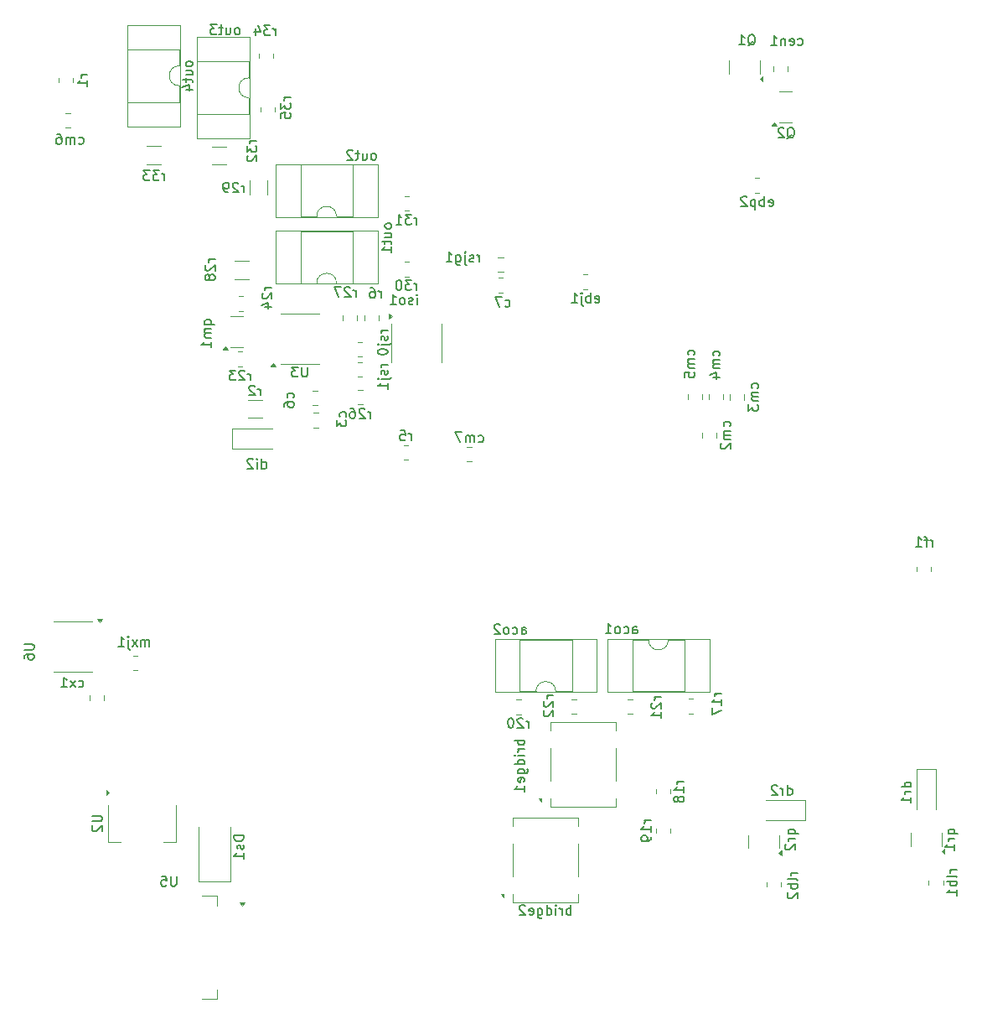
<source format=gbr>
%TF.GenerationSoftware,KiCad,Pcbnew,8.0.2-8.0.2-0~ubuntu22.04.1*%
%TF.CreationDate,2024-05-24T16:28:22+03:30*%
%TF.ProjectId,test,74657374-2e6b-4696-9361-645f70636258,rev?*%
%TF.SameCoordinates,Original*%
%TF.FileFunction,Legend,Bot*%
%TF.FilePolarity,Positive*%
%FSLAX46Y46*%
G04 Gerber Fmt 4.6, Leading zero omitted, Abs format (unit mm)*
G04 Created by KiCad (PCBNEW 8.0.2-8.0.2-0~ubuntu22.04.1) date 2024-05-24 16:28:22*
%MOMM*%
%LPD*%
G01*
G04 APERTURE LIST*
%ADD10C,0.150000*%
%ADD11C,0.120000*%
G04 APERTURE END LIST*
D10*
X7142319Y-79898095D02*
X7951842Y-79898095D01*
X7951842Y-79898095D02*
X8047080Y-79945714D01*
X8047080Y-79945714D02*
X8094700Y-79993333D01*
X8094700Y-79993333D02*
X8142319Y-80088571D01*
X8142319Y-80088571D02*
X8142319Y-80279047D01*
X8142319Y-80279047D02*
X8094700Y-80374285D01*
X8094700Y-80374285D02*
X8047080Y-80421904D01*
X8047080Y-80421904D02*
X7951842Y-80469523D01*
X7951842Y-80469523D02*
X7142319Y-80469523D01*
X7237557Y-80898095D02*
X7189938Y-80945714D01*
X7189938Y-80945714D02*
X7142319Y-81040952D01*
X7142319Y-81040952D02*
X7142319Y-81279047D01*
X7142319Y-81279047D02*
X7189938Y-81374285D01*
X7189938Y-81374285D02*
X7237557Y-81421904D01*
X7237557Y-81421904D02*
X7332795Y-81469523D01*
X7332795Y-81469523D02*
X7428033Y-81469523D01*
X7428033Y-81469523D02*
X7570890Y-81421904D01*
X7570890Y-81421904D02*
X8142319Y-80850476D01*
X8142319Y-80850476D02*
X8142319Y-81469523D01*
X27214819Y-7396190D02*
X26548152Y-7396190D01*
X26738628Y-7396190D02*
X26643390Y-7443809D01*
X26643390Y-7443809D02*
X26595771Y-7491428D01*
X26595771Y-7491428D02*
X26548152Y-7586666D01*
X26548152Y-7586666D02*
X26548152Y-7681904D01*
X26214819Y-7920000D02*
X26214819Y-8539047D01*
X26214819Y-8539047D02*
X26595771Y-8205714D01*
X26595771Y-8205714D02*
X26595771Y-8348571D01*
X26595771Y-8348571D02*
X26643390Y-8443809D01*
X26643390Y-8443809D02*
X26691009Y-8491428D01*
X26691009Y-8491428D02*
X26786247Y-8539047D01*
X26786247Y-8539047D02*
X27024342Y-8539047D01*
X27024342Y-8539047D02*
X27119580Y-8491428D01*
X27119580Y-8491428D02*
X27167200Y-8443809D01*
X27167200Y-8443809D02*
X27214819Y-8348571D01*
X27214819Y-8348571D02*
X27214819Y-8062857D01*
X27214819Y-8062857D02*
X27167200Y-7967619D01*
X27167200Y-7967619D02*
X27119580Y-7920000D01*
X26214819Y-9443809D02*
X26214819Y-8967619D01*
X26214819Y-8967619D02*
X26691009Y-8920000D01*
X26691009Y-8920000D02*
X26643390Y-8967619D01*
X26643390Y-8967619D02*
X26595771Y-9062857D01*
X26595771Y-9062857D02*
X26595771Y-9300952D01*
X26595771Y-9300952D02*
X26643390Y-9396190D01*
X26643390Y-9396190D02*
X26691009Y-9443809D01*
X26691009Y-9443809D02*
X26786247Y-9491428D01*
X26786247Y-9491428D02*
X27024342Y-9491428D01*
X27024342Y-9491428D02*
X27119580Y-9443809D01*
X27119580Y-9443809D02*
X27167200Y-9396190D01*
X27167200Y-9396190D02*
X27214819Y-9300952D01*
X27214819Y-9300952D02*
X27214819Y-9062857D01*
X27214819Y-9062857D02*
X27167200Y-8967619D01*
X27167200Y-8967619D02*
X27119580Y-8920000D01*
X18518152Y-30291428D02*
X19518152Y-30291428D01*
X19137200Y-30291428D02*
X19184819Y-30196190D01*
X19184819Y-30196190D02*
X19184819Y-30005714D01*
X19184819Y-30005714D02*
X19137200Y-29910476D01*
X19137200Y-29910476D02*
X19089580Y-29862857D01*
X19089580Y-29862857D02*
X18994342Y-29815238D01*
X18994342Y-29815238D02*
X18708628Y-29815238D01*
X18708628Y-29815238D02*
X18613390Y-29862857D01*
X18613390Y-29862857D02*
X18565771Y-29910476D01*
X18565771Y-29910476D02*
X18518152Y-30005714D01*
X18518152Y-30005714D02*
X18518152Y-30196190D01*
X18518152Y-30196190D02*
X18565771Y-30291428D01*
X19184819Y-30767619D02*
X18518152Y-30767619D01*
X18613390Y-30767619D02*
X18565771Y-30815238D01*
X18565771Y-30815238D02*
X18518152Y-30910476D01*
X18518152Y-30910476D02*
X18518152Y-31053333D01*
X18518152Y-31053333D02*
X18565771Y-31148571D01*
X18565771Y-31148571D02*
X18661009Y-31196190D01*
X18661009Y-31196190D02*
X19184819Y-31196190D01*
X18661009Y-31196190D02*
X18565771Y-31243809D01*
X18565771Y-31243809D02*
X18518152Y-31339047D01*
X18518152Y-31339047D02*
X18518152Y-31481904D01*
X18518152Y-31481904D02*
X18565771Y-31577143D01*
X18565771Y-31577143D02*
X18661009Y-31624762D01*
X18661009Y-31624762D02*
X19184819Y-31624762D01*
X19184819Y-32624761D02*
X19184819Y-32053333D01*
X19184819Y-32339047D02*
X18184819Y-32339047D01*
X18184819Y-32339047D02*
X18327676Y-32243809D01*
X18327676Y-32243809D02*
X18422914Y-32148571D01*
X18422914Y-32148571D02*
X18470533Y-32053333D01*
X37404819Y-20284285D02*
X37357200Y-20189047D01*
X37357200Y-20189047D02*
X37309580Y-20141428D01*
X37309580Y-20141428D02*
X37214342Y-20093809D01*
X37214342Y-20093809D02*
X36928628Y-20093809D01*
X36928628Y-20093809D02*
X36833390Y-20141428D01*
X36833390Y-20141428D02*
X36785771Y-20189047D01*
X36785771Y-20189047D02*
X36738152Y-20284285D01*
X36738152Y-20284285D02*
X36738152Y-20427142D01*
X36738152Y-20427142D02*
X36785771Y-20522380D01*
X36785771Y-20522380D02*
X36833390Y-20569999D01*
X36833390Y-20569999D02*
X36928628Y-20617618D01*
X36928628Y-20617618D02*
X37214342Y-20617618D01*
X37214342Y-20617618D02*
X37309580Y-20569999D01*
X37309580Y-20569999D02*
X37357200Y-20522380D01*
X37357200Y-20522380D02*
X37404819Y-20427142D01*
X37404819Y-20427142D02*
X37404819Y-20284285D01*
X36738152Y-21474761D02*
X37404819Y-21474761D01*
X36738152Y-21046190D02*
X37261961Y-21046190D01*
X37261961Y-21046190D02*
X37357200Y-21093809D01*
X37357200Y-21093809D02*
X37404819Y-21189047D01*
X37404819Y-21189047D02*
X37404819Y-21331904D01*
X37404819Y-21331904D02*
X37357200Y-21427142D01*
X37357200Y-21427142D02*
X37309580Y-21474761D01*
X36738152Y-21808095D02*
X36738152Y-22189047D01*
X36404819Y-21950952D02*
X37261961Y-21950952D01*
X37261961Y-21950952D02*
X37357200Y-21998571D01*
X37357200Y-21998571D02*
X37404819Y-22093809D01*
X37404819Y-22093809D02*
X37404819Y-22189047D01*
X37404819Y-23046190D02*
X37404819Y-22474762D01*
X37404819Y-22760476D02*
X36404819Y-22760476D01*
X36404819Y-22760476D02*
X36547676Y-22665238D01*
X36547676Y-22665238D02*
X36642914Y-22570000D01*
X36642914Y-22570000D02*
X36690533Y-22474762D01*
X66934819Y-76426190D02*
X66268152Y-76426190D01*
X66458628Y-76426190D02*
X66363390Y-76473809D01*
X66363390Y-76473809D02*
X66315771Y-76521428D01*
X66315771Y-76521428D02*
X66268152Y-76616666D01*
X66268152Y-76616666D02*
X66268152Y-76711904D01*
X66934819Y-77569047D02*
X66934819Y-76997619D01*
X66934819Y-77283333D02*
X65934819Y-77283333D01*
X65934819Y-77283333D02*
X66077676Y-77188095D01*
X66077676Y-77188095D02*
X66172914Y-77092857D01*
X66172914Y-77092857D02*
X66220533Y-76997619D01*
X66363390Y-78140476D02*
X66315771Y-78045238D01*
X66315771Y-78045238D02*
X66268152Y-77997619D01*
X66268152Y-77997619D02*
X66172914Y-77950000D01*
X66172914Y-77950000D02*
X66125295Y-77950000D01*
X66125295Y-77950000D02*
X66030057Y-77997619D01*
X66030057Y-77997619D02*
X65982438Y-78045238D01*
X65982438Y-78045238D02*
X65934819Y-78140476D01*
X65934819Y-78140476D02*
X65934819Y-78330952D01*
X65934819Y-78330952D02*
X65982438Y-78426190D01*
X65982438Y-78426190D02*
X66030057Y-78473809D01*
X66030057Y-78473809D02*
X66125295Y-78521428D01*
X66125295Y-78521428D02*
X66172914Y-78521428D01*
X66172914Y-78521428D02*
X66268152Y-78473809D01*
X66268152Y-78473809D02*
X66315771Y-78426190D01*
X66315771Y-78426190D02*
X66363390Y-78330952D01*
X66363390Y-78330952D02*
X66363390Y-78140476D01*
X66363390Y-78140476D02*
X66411009Y-78045238D01*
X66411009Y-78045238D02*
X66458628Y-77997619D01*
X66458628Y-77997619D02*
X66553866Y-77950000D01*
X66553866Y-77950000D02*
X66744342Y-77950000D01*
X66744342Y-77950000D02*
X66839580Y-77997619D01*
X66839580Y-77997619D02*
X66887200Y-78045238D01*
X66887200Y-78045238D02*
X66934819Y-78140476D01*
X66934819Y-78140476D02*
X66934819Y-78330952D01*
X66934819Y-78330952D02*
X66887200Y-78426190D01*
X66887200Y-78426190D02*
X66839580Y-78473809D01*
X66839580Y-78473809D02*
X66744342Y-78521428D01*
X66744342Y-78521428D02*
X66553866Y-78521428D01*
X66553866Y-78521428D02*
X66458628Y-78473809D01*
X66458628Y-78473809D02*
X66411009Y-78426190D01*
X66411009Y-78426190D02*
X66363390Y-78330952D01*
X50824819Y-72288571D02*
X49824819Y-72288571D01*
X50205771Y-72288571D02*
X50158152Y-72383809D01*
X50158152Y-72383809D02*
X50158152Y-72574285D01*
X50158152Y-72574285D02*
X50205771Y-72669523D01*
X50205771Y-72669523D02*
X50253390Y-72717142D01*
X50253390Y-72717142D02*
X50348628Y-72764761D01*
X50348628Y-72764761D02*
X50634342Y-72764761D01*
X50634342Y-72764761D02*
X50729580Y-72717142D01*
X50729580Y-72717142D02*
X50777200Y-72669523D01*
X50777200Y-72669523D02*
X50824819Y-72574285D01*
X50824819Y-72574285D02*
X50824819Y-72383809D01*
X50824819Y-72383809D02*
X50777200Y-72288571D01*
X50824819Y-73193333D02*
X50158152Y-73193333D01*
X50348628Y-73193333D02*
X50253390Y-73240952D01*
X50253390Y-73240952D02*
X50205771Y-73288571D01*
X50205771Y-73288571D02*
X50158152Y-73383809D01*
X50158152Y-73383809D02*
X50158152Y-73479047D01*
X50824819Y-73812381D02*
X50158152Y-73812381D01*
X49824819Y-73812381D02*
X49872438Y-73764762D01*
X49872438Y-73764762D02*
X49920057Y-73812381D01*
X49920057Y-73812381D02*
X49872438Y-73860000D01*
X49872438Y-73860000D02*
X49824819Y-73812381D01*
X49824819Y-73812381D02*
X49920057Y-73812381D01*
X50824819Y-74717142D02*
X49824819Y-74717142D01*
X50777200Y-74717142D02*
X50824819Y-74621904D01*
X50824819Y-74621904D02*
X50824819Y-74431428D01*
X50824819Y-74431428D02*
X50777200Y-74336190D01*
X50777200Y-74336190D02*
X50729580Y-74288571D01*
X50729580Y-74288571D02*
X50634342Y-74240952D01*
X50634342Y-74240952D02*
X50348628Y-74240952D01*
X50348628Y-74240952D02*
X50253390Y-74288571D01*
X50253390Y-74288571D02*
X50205771Y-74336190D01*
X50205771Y-74336190D02*
X50158152Y-74431428D01*
X50158152Y-74431428D02*
X50158152Y-74621904D01*
X50158152Y-74621904D02*
X50205771Y-74717142D01*
X50158152Y-75621904D02*
X50967676Y-75621904D01*
X50967676Y-75621904D02*
X51062914Y-75574285D01*
X51062914Y-75574285D02*
X51110533Y-75526666D01*
X51110533Y-75526666D02*
X51158152Y-75431428D01*
X51158152Y-75431428D02*
X51158152Y-75288571D01*
X51158152Y-75288571D02*
X51110533Y-75193333D01*
X50777200Y-75621904D02*
X50824819Y-75526666D01*
X50824819Y-75526666D02*
X50824819Y-75336190D01*
X50824819Y-75336190D02*
X50777200Y-75240952D01*
X50777200Y-75240952D02*
X50729580Y-75193333D01*
X50729580Y-75193333D02*
X50634342Y-75145714D01*
X50634342Y-75145714D02*
X50348628Y-75145714D01*
X50348628Y-75145714D02*
X50253390Y-75193333D01*
X50253390Y-75193333D02*
X50205771Y-75240952D01*
X50205771Y-75240952D02*
X50158152Y-75336190D01*
X50158152Y-75336190D02*
X50158152Y-75526666D01*
X50158152Y-75526666D02*
X50205771Y-75621904D01*
X50777200Y-76479047D02*
X50824819Y-76383809D01*
X50824819Y-76383809D02*
X50824819Y-76193333D01*
X50824819Y-76193333D02*
X50777200Y-76098095D01*
X50777200Y-76098095D02*
X50681961Y-76050476D01*
X50681961Y-76050476D02*
X50301009Y-76050476D01*
X50301009Y-76050476D02*
X50205771Y-76098095D01*
X50205771Y-76098095D02*
X50158152Y-76193333D01*
X50158152Y-76193333D02*
X50158152Y-76383809D01*
X50158152Y-76383809D02*
X50205771Y-76479047D01*
X50205771Y-76479047D02*
X50301009Y-76526666D01*
X50301009Y-76526666D02*
X50396247Y-76526666D01*
X50396247Y-76526666D02*
X50491485Y-76050476D01*
X50824819Y-77479047D02*
X50824819Y-76907619D01*
X50824819Y-77193333D02*
X49824819Y-77193333D01*
X49824819Y-77193333D02*
X49967676Y-77098095D01*
X49967676Y-77098095D02*
X50062914Y-77002857D01*
X50062914Y-77002857D02*
X50110533Y-76907619D01*
X19554819Y-23746190D02*
X18888152Y-23746190D01*
X19078628Y-23746190D02*
X18983390Y-23793809D01*
X18983390Y-23793809D02*
X18935771Y-23841428D01*
X18935771Y-23841428D02*
X18888152Y-23936666D01*
X18888152Y-23936666D02*
X18888152Y-24031904D01*
X18650057Y-24317619D02*
X18602438Y-24365238D01*
X18602438Y-24365238D02*
X18554819Y-24460476D01*
X18554819Y-24460476D02*
X18554819Y-24698571D01*
X18554819Y-24698571D02*
X18602438Y-24793809D01*
X18602438Y-24793809D02*
X18650057Y-24841428D01*
X18650057Y-24841428D02*
X18745295Y-24889047D01*
X18745295Y-24889047D02*
X18840533Y-24889047D01*
X18840533Y-24889047D02*
X18983390Y-24841428D01*
X18983390Y-24841428D02*
X19554819Y-24270000D01*
X19554819Y-24270000D02*
X19554819Y-24889047D01*
X18983390Y-25460476D02*
X18935771Y-25365238D01*
X18935771Y-25365238D02*
X18888152Y-25317619D01*
X18888152Y-25317619D02*
X18792914Y-25270000D01*
X18792914Y-25270000D02*
X18745295Y-25270000D01*
X18745295Y-25270000D02*
X18650057Y-25317619D01*
X18650057Y-25317619D02*
X18602438Y-25365238D01*
X18602438Y-25365238D02*
X18554819Y-25460476D01*
X18554819Y-25460476D02*
X18554819Y-25650952D01*
X18554819Y-25650952D02*
X18602438Y-25746190D01*
X18602438Y-25746190D02*
X18650057Y-25793809D01*
X18650057Y-25793809D02*
X18745295Y-25841428D01*
X18745295Y-25841428D02*
X18792914Y-25841428D01*
X18792914Y-25841428D02*
X18888152Y-25793809D01*
X18888152Y-25793809D02*
X18935771Y-25746190D01*
X18935771Y-25746190D02*
X18983390Y-25650952D01*
X18983390Y-25650952D02*
X18983390Y-25460476D01*
X18983390Y-25460476D02*
X19031009Y-25365238D01*
X19031009Y-25365238D02*
X19078628Y-25317619D01*
X19078628Y-25317619D02*
X19173866Y-25270000D01*
X19173866Y-25270000D02*
X19364342Y-25270000D01*
X19364342Y-25270000D02*
X19459580Y-25317619D01*
X19459580Y-25317619D02*
X19507200Y-25365238D01*
X19507200Y-25365238D02*
X19554819Y-25460476D01*
X19554819Y-25460476D02*
X19554819Y-25650952D01*
X19554819Y-25650952D02*
X19507200Y-25746190D01*
X19507200Y-25746190D02*
X19459580Y-25793809D01*
X19459580Y-25793809D02*
X19364342Y-25841428D01*
X19364342Y-25841428D02*
X19173866Y-25841428D01*
X19173866Y-25841428D02*
X19078628Y-25793809D01*
X19078628Y-25793809D02*
X19031009Y-25746190D01*
X19031009Y-25746190D02*
X18983390Y-25650952D01*
X70764819Y-67566190D02*
X70098152Y-67566190D01*
X70288628Y-67566190D02*
X70193390Y-67613809D01*
X70193390Y-67613809D02*
X70145771Y-67661428D01*
X70145771Y-67661428D02*
X70098152Y-67756666D01*
X70098152Y-67756666D02*
X70098152Y-67851904D01*
X70764819Y-68709047D02*
X70764819Y-68137619D01*
X70764819Y-68423333D02*
X69764819Y-68423333D01*
X69764819Y-68423333D02*
X69907676Y-68328095D01*
X69907676Y-68328095D02*
X70002914Y-68232857D01*
X70002914Y-68232857D02*
X70050533Y-68137619D01*
X69764819Y-69042381D02*
X69764819Y-69709047D01*
X69764819Y-69709047D02*
X70764819Y-69280476D01*
X89904819Y-76988571D02*
X88904819Y-76988571D01*
X89857200Y-76988571D02*
X89904819Y-76893333D01*
X89904819Y-76893333D02*
X89904819Y-76702857D01*
X89904819Y-76702857D02*
X89857200Y-76607619D01*
X89857200Y-76607619D02*
X89809580Y-76560000D01*
X89809580Y-76560000D02*
X89714342Y-76512381D01*
X89714342Y-76512381D02*
X89428628Y-76512381D01*
X89428628Y-76512381D02*
X89333390Y-76560000D01*
X89333390Y-76560000D02*
X89285771Y-76607619D01*
X89285771Y-76607619D02*
X89238152Y-76702857D01*
X89238152Y-76702857D02*
X89238152Y-76893333D01*
X89238152Y-76893333D02*
X89285771Y-76988571D01*
X89904819Y-77464762D02*
X89238152Y-77464762D01*
X89428628Y-77464762D02*
X89333390Y-77512381D01*
X89333390Y-77512381D02*
X89285771Y-77560000D01*
X89285771Y-77560000D02*
X89238152Y-77655238D01*
X89238152Y-77655238D02*
X89238152Y-77750476D01*
X89904819Y-78607619D02*
X89904819Y-78036191D01*
X89904819Y-78321905D02*
X88904819Y-78321905D01*
X88904819Y-78321905D02*
X89047676Y-78226667D01*
X89047676Y-78226667D02*
X89142914Y-78131429D01*
X89142914Y-78131429D02*
X89190533Y-78036191D01*
X46184761Y-42137200D02*
X46279999Y-42184819D01*
X46279999Y-42184819D02*
X46470475Y-42184819D01*
X46470475Y-42184819D02*
X46565713Y-42137200D01*
X46565713Y-42137200D02*
X46613332Y-42089580D01*
X46613332Y-42089580D02*
X46660951Y-41994342D01*
X46660951Y-41994342D02*
X46660951Y-41708628D01*
X46660951Y-41708628D02*
X46613332Y-41613390D01*
X46613332Y-41613390D02*
X46565713Y-41565771D01*
X46565713Y-41565771D02*
X46470475Y-41518152D01*
X46470475Y-41518152D02*
X46279999Y-41518152D01*
X46279999Y-41518152D02*
X46184761Y-41565771D01*
X45756189Y-42184819D02*
X45756189Y-41518152D01*
X45756189Y-41613390D02*
X45708570Y-41565771D01*
X45708570Y-41565771D02*
X45613332Y-41518152D01*
X45613332Y-41518152D02*
X45470475Y-41518152D01*
X45470475Y-41518152D02*
X45375237Y-41565771D01*
X45375237Y-41565771D02*
X45327618Y-41661009D01*
X45327618Y-41661009D02*
X45327618Y-42184819D01*
X45327618Y-41661009D02*
X45279999Y-41565771D01*
X45279999Y-41565771D02*
X45184761Y-41518152D01*
X45184761Y-41518152D02*
X45041904Y-41518152D01*
X45041904Y-41518152D02*
X44946665Y-41565771D01*
X44946665Y-41565771D02*
X44899046Y-41661009D01*
X44899046Y-41661009D02*
X44899046Y-42184819D01*
X44518094Y-41184819D02*
X43851428Y-41184819D01*
X43851428Y-41184819D02*
X44279999Y-42184819D01*
X77355238Y-11540057D02*
X77450476Y-11492438D01*
X77450476Y-11492438D02*
X77545714Y-11397200D01*
X77545714Y-11397200D02*
X77688571Y-11254342D01*
X77688571Y-11254342D02*
X77783809Y-11206723D01*
X77783809Y-11206723D02*
X77879047Y-11206723D01*
X77831428Y-11444819D02*
X77926666Y-11397200D01*
X77926666Y-11397200D02*
X78021904Y-11301961D01*
X78021904Y-11301961D02*
X78069523Y-11111485D01*
X78069523Y-11111485D02*
X78069523Y-10778152D01*
X78069523Y-10778152D02*
X78021904Y-10587676D01*
X78021904Y-10587676D02*
X77926666Y-10492438D01*
X77926666Y-10492438D02*
X77831428Y-10444819D01*
X77831428Y-10444819D02*
X77640952Y-10444819D01*
X77640952Y-10444819D02*
X77545714Y-10492438D01*
X77545714Y-10492438D02*
X77450476Y-10587676D01*
X77450476Y-10587676D02*
X77402857Y-10778152D01*
X77402857Y-10778152D02*
X77402857Y-11111485D01*
X77402857Y-11111485D02*
X77450476Y-11301961D01*
X77450476Y-11301961D02*
X77545714Y-11397200D01*
X77545714Y-11397200D02*
X77640952Y-11444819D01*
X77640952Y-11444819D02*
X77831428Y-11444819D01*
X77021904Y-10540057D02*
X76974285Y-10492438D01*
X76974285Y-10492438D02*
X76879047Y-10444819D01*
X76879047Y-10444819D02*
X76640952Y-10444819D01*
X76640952Y-10444819D02*
X76545714Y-10492438D01*
X76545714Y-10492438D02*
X76498095Y-10540057D01*
X76498095Y-10540057D02*
X76450476Y-10635295D01*
X76450476Y-10635295D02*
X76450476Y-10730533D01*
X76450476Y-10730533D02*
X76498095Y-10873390D01*
X76498095Y-10873390D02*
X77069523Y-11444819D01*
X77069523Y-11444819D02*
X76450476Y-11444819D01*
X93640652Y-81738927D02*
X94640652Y-81738927D01*
X94259700Y-81738927D02*
X94307319Y-81643689D01*
X94307319Y-81643689D02*
X94307319Y-81453213D01*
X94307319Y-81453213D02*
X94259700Y-81357975D01*
X94259700Y-81357975D02*
X94212080Y-81310356D01*
X94212080Y-81310356D02*
X94116842Y-81262737D01*
X94116842Y-81262737D02*
X93831128Y-81262737D01*
X93831128Y-81262737D02*
X93735890Y-81310356D01*
X93735890Y-81310356D02*
X93688271Y-81357975D01*
X93688271Y-81357975D02*
X93640652Y-81453213D01*
X93640652Y-81453213D02*
X93640652Y-81643689D01*
X93640652Y-81643689D02*
X93688271Y-81738927D01*
X94307319Y-82215118D02*
X93640652Y-82215118D01*
X93831128Y-82215118D02*
X93735890Y-82262737D01*
X93735890Y-82262737D02*
X93688271Y-82310356D01*
X93688271Y-82310356D02*
X93640652Y-82405594D01*
X93640652Y-82405594D02*
X93640652Y-82500832D01*
X94307319Y-83357975D02*
X94307319Y-82786547D01*
X94307319Y-83072261D02*
X93307319Y-83072261D01*
X93307319Y-83072261D02*
X93450176Y-82977023D01*
X93450176Y-82977023D02*
X93545414Y-82881785D01*
X93545414Y-82881785D02*
X93593033Y-82786547D01*
X17274819Y-3914285D02*
X17227200Y-3819047D01*
X17227200Y-3819047D02*
X17179580Y-3771428D01*
X17179580Y-3771428D02*
X17084342Y-3723809D01*
X17084342Y-3723809D02*
X16798628Y-3723809D01*
X16798628Y-3723809D02*
X16703390Y-3771428D01*
X16703390Y-3771428D02*
X16655771Y-3819047D01*
X16655771Y-3819047D02*
X16608152Y-3914285D01*
X16608152Y-3914285D02*
X16608152Y-4057142D01*
X16608152Y-4057142D02*
X16655771Y-4152380D01*
X16655771Y-4152380D02*
X16703390Y-4199999D01*
X16703390Y-4199999D02*
X16798628Y-4247618D01*
X16798628Y-4247618D02*
X17084342Y-4247618D01*
X17084342Y-4247618D02*
X17179580Y-4199999D01*
X17179580Y-4199999D02*
X17227200Y-4152380D01*
X17227200Y-4152380D02*
X17274819Y-4057142D01*
X17274819Y-4057142D02*
X17274819Y-3914285D01*
X16608152Y-5104761D02*
X17274819Y-5104761D01*
X16608152Y-4676190D02*
X17131961Y-4676190D01*
X17131961Y-4676190D02*
X17227200Y-4723809D01*
X17227200Y-4723809D02*
X17274819Y-4819047D01*
X17274819Y-4819047D02*
X17274819Y-4961904D01*
X17274819Y-4961904D02*
X17227200Y-5057142D01*
X17227200Y-5057142D02*
X17179580Y-5104761D01*
X16608152Y-5438095D02*
X16608152Y-5819047D01*
X16274819Y-5580952D02*
X17131961Y-5580952D01*
X17131961Y-5580952D02*
X17227200Y-5628571D01*
X17227200Y-5628571D02*
X17274819Y-5723809D01*
X17274819Y-5723809D02*
X17274819Y-5819047D01*
X16608152Y-6580952D02*
X17274819Y-6580952D01*
X16227200Y-6342857D02*
X16941485Y-6104762D01*
X16941485Y-6104762D02*
X16941485Y-6723809D01*
X50542857Y-61544819D02*
X50542857Y-61021009D01*
X50542857Y-61021009D02*
X50590476Y-60925771D01*
X50590476Y-60925771D02*
X50685714Y-60878152D01*
X50685714Y-60878152D02*
X50876190Y-60878152D01*
X50876190Y-60878152D02*
X50971428Y-60925771D01*
X50542857Y-61497200D02*
X50638095Y-61544819D01*
X50638095Y-61544819D02*
X50876190Y-61544819D01*
X50876190Y-61544819D02*
X50971428Y-61497200D01*
X50971428Y-61497200D02*
X51019047Y-61401961D01*
X51019047Y-61401961D02*
X51019047Y-61306723D01*
X51019047Y-61306723D02*
X50971428Y-61211485D01*
X50971428Y-61211485D02*
X50876190Y-61163866D01*
X50876190Y-61163866D02*
X50638095Y-61163866D01*
X50638095Y-61163866D02*
X50542857Y-61116247D01*
X49638095Y-61497200D02*
X49733333Y-61544819D01*
X49733333Y-61544819D02*
X49923809Y-61544819D01*
X49923809Y-61544819D02*
X50019047Y-61497200D01*
X50019047Y-61497200D02*
X50066666Y-61449580D01*
X50066666Y-61449580D02*
X50114285Y-61354342D01*
X50114285Y-61354342D02*
X50114285Y-61068628D01*
X50114285Y-61068628D02*
X50066666Y-60973390D01*
X50066666Y-60973390D02*
X50019047Y-60925771D01*
X50019047Y-60925771D02*
X49923809Y-60878152D01*
X49923809Y-60878152D02*
X49733333Y-60878152D01*
X49733333Y-60878152D02*
X49638095Y-60925771D01*
X49066666Y-61544819D02*
X49161904Y-61497200D01*
X49161904Y-61497200D02*
X49209523Y-61449580D01*
X49209523Y-61449580D02*
X49257142Y-61354342D01*
X49257142Y-61354342D02*
X49257142Y-61068628D01*
X49257142Y-61068628D02*
X49209523Y-60973390D01*
X49209523Y-60973390D02*
X49161904Y-60925771D01*
X49161904Y-60925771D02*
X49066666Y-60878152D01*
X49066666Y-60878152D02*
X48923809Y-60878152D01*
X48923809Y-60878152D02*
X48828571Y-60925771D01*
X48828571Y-60925771D02*
X48780952Y-60973390D01*
X48780952Y-60973390D02*
X48733333Y-61068628D01*
X48733333Y-61068628D02*
X48733333Y-61354342D01*
X48733333Y-61354342D02*
X48780952Y-61449580D01*
X48780952Y-61449580D02*
X48828571Y-61497200D01*
X48828571Y-61497200D02*
X48923809Y-61544819D01*
X48923809Y-61544819D02*
X49066666Y-61544819D01*
X48352380Y-60640057D02*
X48304761Y-60592438D01*
X48304761Y-60592438D02*
X48209523Y-60544819D01*
X48209523Y-60544819D02*
X47971428Y-60544819D01*
X47971428Y-60544819D02*
X47876190Y-60592438D01*
X47876190Y-60592438D02*
X47828571Y-60640057D01*
X47828571Y-60640057D02*
X47780952Y-60735295D01*
X47780952Y-60735295D02*
X47780952Y-60830533D01*
X47780952Y-60830533D02*
X47828571Y-60973390D01*
X47828571Y-60973390D02*
X48399999Y-61544819D01*
X48399999Y-61544819D02*
X47780952Y-61544819D01*
X64634819Y-67936190D02*
X63968152Y-67936190D01*
X64158628Y-67936190D02*
X64063390Y-67983809D01*
X64063390Y-67983809D02*
X64015771Y-68031428D01*
X64015771Y-68031428D02*
X63968152Y-68126666D01*
X63968152Y-68126666D02*
X63968152Y-68221904D01*
X63730057Y-68507619D02*
X63682438Y-68555238D01*
X63682438Y-68555238D02*
X63634819Y-68650476D01*
X63634819Y-68650476D02*
X63634819Y-68888571D01*
X63634819Y-68888571D02*
X63682438Y-68983809D01*
X63682438Y-68983809D02*
X63730057Y-69031428D01*
X63730057Y-69031428D02*
X63825295Y-69079047D01*
X63825295Y-69079047D02*
X63920533Y-69079047D01*
X63920533Y-69079047D02*
X64063390Y-69031428D01*
X64063390Y-69031428D02*
X64634819Y-68460000D01*
X64634819Y-68460000D02*
X64634819Y-69079047D01*
X64634819Y-70031428D02*
X64634819Y-69460000D01*
X64634819Y-69745714D02*
X63634819Y-69745714D01*
X63634819Y-69745714D02*
X63777676Y-69650476D01*
X63777676Y-69650476D02*
X63872914Y-69555238D01*
X63872914Y-69555238D02*
X63920533Y-69460000D01*
X78459047Y-2067200D02*
X78554285Y-2114819D01*
X78554285Y-2114819D02*
X78744761Y-2114819D01*
X78744761Y-2114819D02*
X78839999Y-2067200D01*
X78839999Y-2067200D02*
X78887618Y-2019580D01*
X78887618Y-2019580D02*
X78935237Y-1924342D01*
X78935237Y-1924342D02*
X78935237Y-1638628D01*
X78935237Y-1638628D02*
X78887618Y-1543390D01*
X78887618Y-1543390D02*
X78839999Y-1495771D01*
X78839999Y-1495771D02*
X78744761Y-1448152D01*
X78744761Y-1448152D02*
X78554285Y-1448152D01*
X78554285Y-1448152D02*
X78459047Y-1495771D01*
X77649523Y-2067200D02*
X77744761Y-2114819D01*
X77744761Y-2114819D02*
X77935237Y-2114819D01*
X77935237Y-2114819D02*
X78030475Y-2067200D01*
X78030475Y-2067200D02*
X78078094Y-1971961D01*
X78078094Y-1971961D02*
X78078094Y-1591009D01*
X78078094Y-1591009D02*
X78030475Y-1495771D01*
X78030475Y-1495771D02*
X77935237Y-1448152D01*
X77935237Y-1448152D02*
X77744761Y-1448152D01*
X77744761Y-1448152D02*
X77649523Y-1495771D01*
X77649523Y-1495771D02*
X77601904Y-1591009D01*
X77601904Y-1591009D02*
X77601904Y-1686247D01*
X77601904Y-1686247D02*
X78078094Y-1781485D01*
X77173332Y-1448152D02*
X77173332Y-2114819D01*
X77173332Y-1543390D02*
X77125713Y-1495771D01*
X77125713Y-1495771D02*
X77030475Y-1448152D01*
X77030475Y-1448152D02*
X76887618Y-1448152D01*
X76887618Y-1448152D02*
X76792380Y-1495771D01*
X76792380Y-1495771D02*
X76744761Y-1591009D01*
X76744761Y-1591009D02*
X76744761Y-2114819D01*
X75744761Y-2114819D02*
X76316189Y-2114819D01*
X76030475Y-2114819D02*
X76030475Y-1114819D01*
X76030475Y-1114819D02*
X76125713Y-1257676D01*
X76125713Y-1257676D02*
X76220951Y-1352914D01*
X76220951Y-1352914D02*
X76316189Y-1400533D01*
X25653809Y-1124819D02*
X25653809Y-458152D01*
X25653809Y-648628D02*
X25606190Y-553390D01*
X25606190Y-553390D02*
X25558571Y-505771D01*
X25558571Y-505771D02*
X25463333Y-458152D01*
X25463333Y-458152D02*
X25368095Y-458152D01*
X25129999Y-124819D02*
X24510952Y-124819D01*
X24510952Y-124819D02*
X24844285Y-505771D01*
X24844285Y-505771D02*
X24701428Y-505771D01*
X24701428Y-505771D02*
X24606190Y-553390D01*
X24606190Y-553390D02*
X24558571Y-601009D01*
X24558571Y-601009D02*
X24510952Y-696247D01*
X24510952Y-696247D02*
X24510952Y-934342D01*
X24510952Y-934342D02*
X24558571Y-1029580D01*
X24558571Y-1029580D02*
X24606190Y-1077200D01*
X24606190Y-1077200D02*
X24701428Y-1124819D01*
X24701428Y-1124819D02*
X24987142Y-1124819D01*
X24987142Y-1124819D02*
X25082380Y-1077200D01*
X25082380Y-1077200D02*
X25129999Y-1029580D01*
X23653809Y-458152D02*
X23653809Y-1124819D01*
X23891904Y-77200D02*
X24129999Y-791485D01*
X24129999Y-791485D02*
X23510952Y-791485D01*
X28891904Y-34589819D02*
X28891904Y-35399342D01*
X28891904Y-35399342D02*
X28844285Y-35494580D01*
X28844285Y-35494580D02*
X28796666Y-35542200D01*
X28796666Y-35542200D02*
X28701428Y-35589819D01*
X28701428Y-35589819D02*
X28510952Y-35589819D01*
X28510952Y-35589819D02*
X28415714Y-35542200D01*
X28415714Y-35542200D02*
X28368095Y-35494580D01*
X28368095Y-35494580D02*
X28320476Y-35399342D01*
X28320476Y-35399342D02*
X28320476Y-34589819D01*
X27939523Y-34589819D02*
X27320476Y-34589819D01*
X27320476Y-34589819D02*
X27653809Y-34970771D01*
X27653809Y-34970771D02*
X27510952Y-34970771D01*
X27510952Y-34970771D02*
X27415714Y-35018390D01*
X27415714Y-35018390D02*
X27368095Y-35066009D01*
X27368095Y-35066009D02*
X27320476Y-35161247D01*
X27320476Y-35161247D02*
X27320476Y-35399342D01*
X27320476Y-35399342D02*
X27368095Y-35494580D01*
X27368095Y-35494580D02*
X27415714Y-35542200D01*
X27415714Y-35542200D02*
X27510952Y-35589819D01*
X27510952Y-35589819D02*
X27796666Y-35589819D01*
X27796666Y-35589819D02*
X27891904Y-35542200D01*
X27891904Y-35542200D02*
X27939523Y-35494580D01*
X14443809Y-15764819D02*
X14443809Y-15098152D01*
X14443809Y-15288628D02*
X14396190Y-15193390D01*
X14396190Y-15193390D02*
X14348571Y-15145771D01*
X14348571Y-15145771D02*
X14253333Y-15098152D01*
X14253333Y-15098152D02*
X14158095Y-15098152D01*
X13919999Y-14764819D02*
X13300952Y-14764819D01*
X13300952Y-14764819D02*
X13634285Y-15145771D01*
X13634285Y-15145771D02*
X13491428Y-15145771D01*
X13491428Y-15145771D02*
X13396190Y-15193390D01*
X13396190Y-15193390D02*
X13348571Y-15241009D01*
X13348571Y-15241009D02*
X13300952Y-15336247D01*
X13300952Y-15336247D02*
X13300952Y-15574342D01*
X13300952Y-15574342D02*
X13348571Y-15669580D01*
X13348571Y-15669580D02*
X13396190Y-15717200D01*
X13396190Y-15717200D02*
X13491428Y-15764819D01*
X13491428Y-15764819D02*
X13777142Y-15764819D01*
X13777142Y-15764819D02*
X13872380Y-15717200D01*
X13872380Y-15717200D02*
X13919999Y-15669580D01*
X12967618Y-14764819D02*
X12348571Y-14764819D01*
X12348571Y-14764819D02*
X12681904Y-15145771D01*
X12681904Y-15145771D02*
X12539047Y-15145771D01*
X12539047Y-15145771D02*
X12443809Y-15193390D01*
X12443809Y-15193390D02*
X12396190Y-15241009D01*
X12396190Y-15241009D02*
X12348571Y-15336247D01*
X12348571Y-15336247D02*
X12348571Y-15574342D01*
X12348571Y-15574342D02*
X12396190Y-15669580D01*
X12396190Y-15669580D02*
X12443809Y-15717200D01*
X12443809Y-15717200D02*
X12539047Y-15764819D01*
X12539047Y-15764819D02*
X12824761Y-15764819D01*
X12824761Y-15764819D02*
X12919999Y-15717200D01*
X12919999Y-15717200D02*
X12967618Y-15669580D01*
X22493809Y-16974819D02*
X22493809Y-16308152D01*
X22493809Y-16498628D02*
X22446190Y-16403390D01*
X22446190Y-16403390D02*
X22398571Y-16355771D01*
X22398571Y-16355771D02*
X22303333Y-16308152D01*
X22303333Y-16308152D02*
X22208095Y-16308152D01*
X21922380Y-16070057D02*
X21874761Y-16022438D01*
X21874761Y-16022438D02*
X21779523Y-15974819D01*
X21779523Y-15974819D02*
X21541428Y-15974819D01*
X21541428Y-15974819D02*
X21446190Y-16022438D01*
X21446190Y-16022438D02*
X21398571Y-16070057D01*
X21398571Y-16070057D02*
X21350952Y-16165295D01*
X21350952Y-16165295D02*
X21350952Y-16260533D01*
X21350952Y-16260533D02*
X21398571Y-16403390D01*
X21398571Y-16403390D02*
X21969999Y-16974819D01*
X21969999Y-16974819D02*
X21350952Y-16974819D01*
X20874761Y-16974819D02*
X20684285Y-16974819D01*
X20684285Y-16974819D02*
X20589047Y-16927200D01*
X20589047Y-16927200D02*
X20541428Y-16879580D01*
X20541428Y-16879580D02*
X20446190Y-16736723D01*
X20446190Y-16736723D02*
X20398571Y-16546247D01*
X20398571Y-16546247D02*
X20398571Y-16165295D01*
X20398571Y-16165295D02*
X20446190Y-16070057D01*
X20446190Y-16070057D02*
X20493809Y-16022438D01*
X20493809Y-16022438D02*
X20589047Y-15974819D01*
X20589047Y-15974819D02*
X20779523Y-15974819D01*
X20779523Y-15974819D02*
X20874761Y-16022438D01*
X20874761Y-16022438D02*
X20922380Y-16070057D01*
X20922380Y-16070057D02*
X20969999Y-16165295D01*
X20969999Y-16165295D02*
X20969999Y-16403390D01*
X20969999Y-16403390D02*
X20922380Y-16498628D01*
X20922380Y-16498628D02*
X20874761Y-16546247D01*
X20874761Y-16546247D02*
X20779523Y-16593866D01*
X20779523Y-16593866D02*
X20589047Y-16593866D01*
X20589047Y-16593866D02*
X20493809Y-16546247D01*
X20493809Y-16546247D02*
X20446190Y-16498628D01*
X20446190Y-16498628D02*
X20398571Y-16403390D01*
X15661904Y-86004819D02*
X15661904Y-86814342D01*
X15661904Y-86814342D02*
X15614285Y-86909580D01*
X15614285Y-86909580D02*
X15566666Y-86957200D01*
X15566666Y-86957200D02*
X15471428Y-87004819D01*
X15471428Y-87004819D02*
X15280952Y-87004819D01*
X15280952Y-87004819D02*
X15185714Y-86957200D01*
X15185714Y-86957200D02*
X15138095Y-86909580D01*
X15138095Y-86909580D02*
X15090476Y-86814342D01*
X15090476Y-86814342D02*
X15090476Y-86004819D01*
X14138095Y-86004819D02*
X14614285Y-86004819D01*
X14614285Y-86004819D02*
X14661904Y-86481009D01*
X14661904Y-86481009D02*
X14614285Y-86433390D01*
X14614285Y-86433390D02*
X14519047Y-86385771D01*
X14519047Y-86385771D02*
X14280952Y-86385771D01*
X14280952Y-86385771D02*
X14185714Y-86433390D01*
X14185714Y-86433390D02*
X14138095Y-86481009D01*
X14138095Y-86481009D02*
X14090476Y-86576247D01*
X14090476Y-86576247D02*
X14090476Y-86814342D01*
X14090476Y-86814342D02*
X14138095Y-86909580D01*
X14138095Y-86909580D02*
X14185714Y-86957200D01*
X14185714Y-86957200D02*
X14280952Y-87004819D01*
X14280952Y-87004819D02*
X14519047Y-87004819D01*
X14519047Y-87004819D02*
X14614285Y-86957200D01*
X14614285Y-86957200D02*
X14661904Y-86909580D01*
X21875714Y-1024819D02*
X21970952Y-977200D01*
X21970952Y-977200D02*
X22018571Y-929580D01*
X22018571Y-929580D02*
X22066190Y-834342D01*
X22066190Y-834342D02*
X22066190Y-548628D01*
X22066190Y-548628D02*
X22018571Y-453390D01*
X22018571Y-453390D02*
X21970952Y-405771D01*
X21970952Y-405771D02*
X21875714Y-358152D01*
X21875714Y-358152D02*
X21732857Y-358152D01*
X21732857Y-358152D02*
X21637619Y-405771D01*
X21637619Y-405771D02*
X21590000Y-453390D01*
X21590000Y-453390D02*
X21542381Y-548628D01*
X21542381Y-548628D02*
X21542381Y-834342D01*
X21542381Y-834342D02*
X21590000Y-929580D01*
X21590000Y-929580D02*
X21637619Y-977200D01*
X21637619Y-977200D02*
X21732857Y-1024819D01*
X21732857Y-1024819D02*
X21875714Y-1024819D01*
X20685238Y-358152D02*
X20685238Y-1024819D01*
X21113809Y-358152D02*
X21113809Y-881961D01*
X21113809Y-881961D02*
X21066190Y-977200D01*
X21066190Y-977200D02*
X20970952Y-1024819D01*
X20970952Y-1024819D02*
X20828095Y-1024819D01*
X20828095Y-1024819D02*
X20732857Y-977200D01*
X20732857Y-977200D02*
X20685238Y-929580D01*
X20351904Y-358152D02*
X19970952Y-358152D01*
X20209047Y-24819D02*
X20209047Y-881961D01*
X20209047Y-881961D02*
X20161428Y-977200D01*
X20161428Y-977200D02*
X20066190Y-1024819D01*
X20066190Y-1024819D02*
X19970952Y-1024819D01*
X19732856Y-24819D02*
X19113809Y-24819D01*
X19113809Y-24819D02*
X19447142Y-405771D01*
X19447142Y-405771D02*
X19304285Y-405771D01*
X19304285Y-405771D02*
X19209047Y-453390D01*
X19209047Y-453390D02*
X19161428Y-501009D01*
X19161428Y-501009D02*
X19113809Y-596247D01*
X19113809Y-596247D02*
X19113809Y-834342D01*
X19113809Y-834342D02*
X19161428Y-929580D01*
X19161428Y-929580D02*
X19209047Y-977200D01*
X19209047Y-977200D02*
X19304285Y-1024819D01*
X19304285Y-1024819D02*
X19589999Y-1024819D01*
X19589999Y-1024819D02*
X19685237Y-977200D01*
X19685237Y-977200D02*
X19732856Y-929580D01*
X39387618Y-42004819D02*
X39387618Y-41338152D01*
X39387618Y-41528628D02*
X39339999Y-41433390D01*
X39339999Y-41433390D02*
X39292380Y-41385771D01*
X39292380Y-41385771D02*
X39197142Y-41338152D01*
X39197142Y-41338152D02*
X39101904Y-41338152D01*
X38292380Y-41004819D02*
X38768570Y-41004819D01*
X38768570Y-41004819D02*
X38816189Y-41481009D01*
X38816189Y-41481009D02*
X38768570Y-41433390D01*
X38768570Y-41433390D02*
X38673332Y-41385771D01*
X38673332Y-41385771D02*
X38435237Y-41385771D01*
X38435237Y-41385771D02*
X38339999Y-41433390D01*
X38339999Y-41433390D02*
X38292380Y-41481009D01*
X38292380Y-41481009D02*
X38244761Y-41576247D01*
X38244761Y-41576247D02*
X38244761Y-41814342D01*
X38244761Y-41814342D02*
X38292380Y-41909580D01*
X38292380Y-41909580D02*
X38339999Y-41957200D01*
X38339999Y-41957200D02*
X38435237Y-42004819D01*
X38435237Y-42004819D02*
X38673332Y-42004819D01*
X38673332Y-42004819D02*
X38768570Y-41957200D01*
X38768570Y-41957200D02*
X38816189Y-41909580D01*
X23123809Y-35934819D02*
X23123809Y-35268152D01*
X23123809Y-35458628D02*
X23076190Y-35363390D01*
X23076190Y-35363390D02*
X23028571Y-35315771D01*
X23028571Y-35315771D02*
X22933333Y-35268152D01*
X22933333Y-35268152D02*
X22838095Y-35268152D01*
X22552380Y-35030057D02*
X22504761Y-34982438D01*
X22504761Y-34982438D02*
X22409523Y-34934819D01*
X22409523Y-34934819D02*
X22171428Y-34934819D01*
X22171428Y-34934819D02*
X22076190Y-34982438D01*
X22076190Y-34982438D02*
X22028571Y-35030057D01*
X22028571Y-35030057D02*
X21980952Y-35125295D01*
X21980952Y-35125295D02*
X21980952Y-35220533D01*
X21980952Y-35220533D02*
X22028571Y-35363390D01*
X22028571Y-35363390D02*
X22599999Y-35934819D01*
X22599999Y-35934819D02*
X21980952Y-35934819D01*
X21647618Y-34934819D02*
X21028571Y-34934819D01*
X21028571Y-34934819D02*
X21361904Y-35315771D01*
X21361904Y-35315771D02*
X21219047Y-35315771D01*
X21219047Y-35315771D02*
X21123809Y-35363390D01*
X21123809Y-35363390D02*
X21076190Y-35411009D01*
X21076190Y-35411009D02*
X21028571Y-35506247D01*
X21028571Y-35506247D02*
X21028571Y-35744342D01*
X21028571Y-35744342D02*
X21076190Y-35839580D01*
X21076190Y-35839580D02*
X21123809Y-35887200D01*
X21123809Y-35887200D02*
X21219047Y-35934819D01*
X21219047Y-35934819D02*
X21504761Y-35934819D01*
X21504761Y-35934819D02*
X21599999Y-35887200D01*
X21599999Y-35887200D02*
X21647618Y-35839580D01*
X57976190Y-28057200D02*
X58071428Y-28104819D01*
X58071428Y-28104819D02*
X58261904Y-28104819D01*
X58261904Y-28104819D02*
X58357142Y-28057200D01*
X58357142Y-28057200D02*
X58404761Y-27961961D01*
X58404761Y-27961961D02*
X58404761Y-27581009D01*
X58404761Y-27581009D02*
X58357142Y-27485771D01*
X58357142Y-27485771D02*
X58261904Y-27438152D01*
X58261904Y-27438152D02*
X58071428Y-27438152D01*
X58071428Y-27438152D02*
X57976190Y-27485771D01*
X57976190Y-27485771D02*
X57928571Y-27581009D01*
X57928571Y-27581009D02*
X57928571Y-27676247D01*
X57928571Y-27676247D02*
X58404761Y-27771485D01*
X57499999Y-28104819D02*
X57499999Y-27104819D01*
X57499999Y-27485771D02*
X57404761Y-27438152D01*
X57404761Y-27438152D02*
X57214285Y-27438152D01*
X57214285Y-27438152D02*
X57119047Y-27485771D01*
X57119047Y-27485771D02*
X57071428Y-27533390D01*
X57071428Y-27533390D02*
X57023809Y-27628628D01*
X57023809Y-27628628D02*
X57023809Y-27914342D01*
X57023809Y-27914342D02*
X57071428Y-28009580D01*
X57071428Y-28009580D02*
X57119047Y-28057200D01*
X57119047Y-28057200D02*
X57214285Y-28104819D01*
X57214285Y-28104819D02*
X57404761Y-28104819D01*
X57404761Y-28104819D02*
X57499999Y-28057200D01*
X56595237Y-27438152D02*
X56595237Y-28295295D01*
X56595237Y-28295295D02*
X56642856Y-28390533D01*
X56642856Y-28390533D02*
X56738094Y-28438152D01*
X56738094Y-28438152D02*
X56785713Y-28438152D01*
X56595237Y-27104819D02*
X56642856Y-27152438D01*
X56642856Y-27152438D02*
X56595237Y-27200057D01*
X56595237Y-27200057D02*
X56547618Y-27152438D01*
X56547618Y-27152438D02*
X56595237Y-27104819D01*
X56595237Y-27104819D02*
X56595237Y-27200057D01*
X55595238Y-28104819D02*
X56166666Y-28104819D01*
X55880952Y-28104819D02*
X55880952Y-27104819D01*
X55880952Y-27104819D02*
X55976190Y-27247676D01*
X55976190Y-27247676D02*
X56071428Y-27342914D01*
X56071428Y-27342914D02*
X56166666Y-27390533D01*
X77418928Y-77794819D02*
X77418928Y-76794819D01*
X77418928Y-77747200D02*
X77514166Y-77794819D01*
X77514166Y-77794819D02*
X77704642Y-77794819D01*
X77704642Y-77794819D02*
X77799880Y-77747200D01*
X77799880Y-77747200D02*
X77847499Y-77699580D01*
X77847499Y-77699580D02*
X77895118Y-77604342D01*
X77895118Y-77604342D02*
X77895118Y-77318628D01*
X77895118Y-77318628D02*
X77847499Y-77223390D01*
X77847499Y-77223390D02*
X77799880Y-77175771D01*
X77799880Y-77175771D02*
X77704642Y-77128152D01*
X77704642Y-77128152D02*
X77514166Y-77128152D01*
X77514166Y-77128152D02*
X77418928Y-77175771D01*
X76942737Y-77794819D02*
X76942737Y-77128152D01*
X76942737Y-77318628D02*
X76895118Y-77223390D01*
X76895118Y-77223390D02*
X76847499Y-77175771D01*
X76847499Y-77175771D02*
X76752261Y-77128152D01*
X76752261Y-77128152D02*
X76657023Y-77128152D01*
X76371308Y-76890057D02*
X76323689Y-76842438D01*
X76323689Y-76842438D02*
X76228451Y-76794819D01*
X76228451Y-76794819D02*
X75990356Y-76794819D01*
X75990356Y-76794819D02*
X75895118Y-76842438D01*
X75895118Y-76842438D02*
X75847499Y-76890057D01*
X75847499Y-76890057D02*
X75799880Y-76985295D01*
X75799880Y-76985295D02*
X75799880Y-77080533D01*
X75799880Y-77080533D02*
X75847499Y-77223390D01*
X75847499Y-77223390D02*
X76418927Y-77794819D01*
X76418927Y-77794819D02*
X75799880Y-77794819D01*
X24155118Y-37464819D02*
X24155118Y-36798152D01*
X24155118Y-36988628D02*
X24107499Y-36893390D01*
X24107499Y-36893390D02*
X24059880Y-36845771D01*
X24059880Y-36845771D02*
X23964642Y-36798152D01*
X23964642Y-36798152D02*
X23869404Y-36798152D01*
X23583689Y-36560057D02*
X23536070Y-36512438D01*
X23536070Y-36512438D02*
X23440832Y-36464819D01*
X23440832Y-36464819D02*
X23202737Y-36464819D01*
X23202737Y-36464819D02*
X23107499Y-36512438D01*
X23107499Y-36512438D02*
X23059880Y-36560057D01*
X23059880Y-36560057D02*
X23012261Y-36655295D01*
X23012261Y-36655295D02*
X23012261Y-36750533D01*
X23012261Y-36750533D02*
X23059880Y-36893390D01*
X23059880Y-36893390D02*
X23631308Y-37464819D01*
X23631308Y-37464819D02*
X23012261Y-37464819D01*
X37004819Y-34369524D02*
X36338152Y-34369524D01*
X36528628Y-34369524D02*
X36433390Y-34417143D01*
X36433390Y-34417143D02*
X36385771Y-34464762D01*
X36385771Y-34464762D02*
X36338152Y-34560000D01*
X36338152Y-34560000D02*
X36338152Y-34655238D01*
X36957200Y-34940953D02*
X37004819Y-35036191D01*
X37004819Y-35036191D02*
X37004819Y-35226667D01*
X37004819Y-35226667D02*
X36957200Y-35321905D01*
X36957200Y-35321905D02*
X36861961Y-35369524D01*
X36861961Y-35369524D02*
X36814342Y-35369524D01*
X36814342Y-35369524D02*
X36719104Y-35321905D01*
X36719104Y-35321905D02*
X36671485Y-35226667D01*
X36671485Y-35226667D02*
X36671485Y-35083810D01*
X36671485Y-35083810D02*
X36623866Y-34988572D01*
X36623866Y-34988572D02*
X36528628Y-34940953D01*
X36528628Y-34940953D02*
X36481009Y-34940953D01*
X36481009Y-34940953D02*
X36385771Y-34988572D01*
X36385771Y-34988572D02*
X36338152Y-35083810D01*
X36338152Y-35083810D02*
X36338152Y-35226667D01*
X36338152Y-35226667D02*
X36385771Y-35321905D01*
X36338152Y-35798096D02*
X37195295Y-35798096D01*
X37195295Y-35798096D02*
X37290533Y-35750477D01*
X37290533Y-35750477D02*
X37338152Y-35655239D01*
X37338152Y-35655239D02*
X37338152Y-35607620D01*
X36004819Y-35798096D02*
X36052438Y-35750477D01*
X36052438Y-35750477D02*
X36100057Y-35798096D01*
X36100057Y-35798096D02*
X36052438Y-35845715D01*
X36052438Y-35845715D02*
X36004819Y-35798096D01*
X36004819Y-35798096D02*
X36100057Y-35798096D01*
X37004819Y-36798095D02*
X37004819Y-36226667D01*
X37004819Y-36512381D02*
X36004819Y-36512381D01*
X36004819Y-36512381D02*
X36147676Y-36417143D01*
X36147676Y-36417143D02*
X36242914Y-36321905D01*
X36242914Y-36321905D02*
X36290533Y-36226667D01*
X61782857Y-61484819D02*
X61782857Y-60961009D01*
X61782857Y-60961009D02*
X61830476Y-60865771D01*
X61830476Y-60865771D02*
X61925714Y-60818152D01*
X61925714Y-60818152D02*
X62116190Y-60818152D01*
X62116190Y-60818152D02*
X62211428Y-60865771D01*
X61782857Y-61437200D02*
X61878095Y-61484819D01*
X61878095Y-61484819D02*
X62116190Y-61484819D01*
X62116190Y-61484819D02*
X62211428Y-61437200D01*
X62211428Y-61437200D02*
X62259047Y-61341961D01*
X62259047Y-61341961D02*
X62259047Y-61246723D01*
X62259047Y-61246723D02*
X62211428Y-61151485D01*
X62211428Y-61151485D02*
X62116190Y-61103866D01*
X62116190Y-61103866D02*
X61878095Y-61103866D01*
X61878095Y-61103866D02*
X61782857Y-61056247D01*
X60878095Y-61437200D02*
X60973333Y-61484819D01*
X60973333Y-61484819D02*
X61163809Y-61484819D01*
X61163809Y-61484819D02*
X61259047Y-61437200D01*
X61259047Y-61437200D02*
X61306666Y-61389580D01*
X61306666Y-61389580D02*
X61354285Y-61294342D01*
X61354285Y-61294342D02*
X61354285Y-61008628D01*
X61354285Y-61008628D02*
X61306666Y-60913390D01*
X61306666Y-60913390D02*
X61259047Y-60865771D01*
X61259047Y-60865771D02*
X61163809Y-60818152D01*
X61163809Y-60818152D02*
X60973333Y-60818152D01*
X60973333Y-60818152D02*
X60878095Y-60865771D01*
X60306666Y-61484819D02*
X60401904Y-61437200D01*
X60401904Y-61437200D02*
X60449523Y-61389580D01*
X60449523Y-61389580D02*
X60497142Y-61294342D01*
X60497142Y-61294342D02*
X60497142Y-61008628D01*
X60497142Y-61008628D02*
X60449523Y-60913390D01*
X60449523Y-60913390D02*
X60401904Y-60865771D01*
X60401904Y-60865771D02*
X60306666Y-60818152D01*
X60306666Y-60818152D02*
X60163809Y-60818152D01*
X60163809Y-60818152D02*
X60068571Y-60865771D01*
X60068571Y-60865771D02*
X60020952Y-60913390D01*
X60020952Y-60913390D02*
X59973333Y-61008628D01*
X59973333Y-61008628D02*
X59973333Y-61294342D01*
X59973333Y-61294342D02*
X60020952Y-61389580D01*
X60020952Y-61389580D02*
X60068571Y-61437200D01*
X60068571Y-61437200D02*
X60163809Y-61484819D01*
X60163809Y-61484819D02*
X60306666Y-61484819D01*
X59020952Y-61484819D02*
X59592380Y-61484819D01*
X59306666Y-61484819D02*
X59306666Y-60484819D01*
X59306666Y-60484819D02*
X59401904Y-60627676D01*
X59401904Y-60627676D02*
X59497142Y-60722914D01*
X59497142Y-60722914D02*
X59592380Y-60770533D01*
X39943809Y-26834819D02*
X39943809Y-26168152D01*
X39943809Y-26358628D02*
X39896190Y-26263390D01*
X39896190Y-26263390D02*
X39848571Y-26215771D01*
X39848571Y-26215771D02*
X39753333Y-26168152D01*
X39753333Y-26168152D02*
X39658095Y-26168152D01*
X39419999Y-25834819D02*
X38800952Y-25834819D01*
X38800952Y-25834819D02*
X39134285Y-26215771D01*
X39134285Y-26215771D02*
X38991428Y-26215771D01*
X38991428Y-26215771D02*
X38896190Y-26263390D01*
X38896190Y-26263390D02*
X38848571Y-26311009D01*
X38848571Y-26311009D02*
X38800952Y-26406247D01*
X38800952Y-26406247D02*
X38800952Y-26644342D01*
X38800952Y-26644342D02*
X38848571Y-26739580D01*
X38848571Y-26739580D02*
X38896190Y-26787200D01*
X38896190Y-26787200D02*
X38991428Y-26834819D01*
X38991428Y-26834819D02*
X39277142Y-26834819D01*
X39277142Y-26834819D02*
X39372380Y-26787200D01*
X39372380Y-26787200D02*
X39419999Y-26739580D01*
X38181904Y-25834819D02*
X38086666Y-25834819D01*
X38086666Y-25834819D02*
X37991428Y-25882438D01*
X37991428Y-25882438D02*
X37943809Y-25930057D01*
X37943809Y-25930057D02*
X37896190Y-26025295D01*
X37896190Y-26025295D02*
X37848571Y-26215771D01*
X37848571Y-26215771D02*
X37848571Y-26453866D01*
X37848571Y-26453866D02*
X37896190Y-26644342D01*
X37896190Y-26644342D02*
X37943809Y-26739580D01*
X37943809Y-26739580D02*
X37991428Y-26787200D01*
X37991428Y-26787200D02*
X38086666Y-26834819D01*
X38086666Y-26834819D02*
X38181904Y-26834819D01*
X38181904Y-26834819D02*
X38277142Y-26787200D01*
X38277142Y-26787200D02*
X38324761Y-26739580D01*
X38324761Y-26739580D02*
X38372380Y-26644342D01*
X38372380Y-26644342D02*
X38419999Y-26453866D01*
X38419999Y-26453866D02*
X38419999Y-26215771D01*
X38419999Y-26215771D02*
X38372380Y-26025295D01*
X38372380Y-26025295D02*
X38324761Y-25930057D01*
X38324761Y-25930057D02*
X38277142Y-25882438D01*
X38277142Y-25882438D02*
X38181904Y-25834819D01*
X39943809Y-20194819D02*
X39943809Y-19528152D01*
X39943809Y-19718628D02*
X39896190Y-19623390D01*
X39896190Y-19623390D02*
X39848571Y-19575771D01*
X39848571Y-19575771D02*
X39753333Y-19528152D01*
X39753333Y-19528152D02*
X39658095Y-19528152D01*
X39419999Y-19194819D02*
X38800952Y-19194819D01*
X38800952Y-19194819D02*
X39134285Y-19575771D01*
X39134285Y-19575771D02*
X38991428Y-19575771D01*
X38991428Y-19575771D02*
X38896190Y-19623390D01*
X38896190Y-19623390D02*
X38848571Y-19671009D01*
X38848571Y-19671009D02*
X38800952Y-19766247D01*
X38800952Y-19766247D02*
X38800952Y-20004342D01*
X38800952Y-20004342D02*
X38848571Y-20099580D01*
X38848571Y-20099580D02*
X38896190Y-20147200D01*
X38896190Y-20147200D02*
X38991428Y-20194819D01*
X38991428Y-20194819D02*
X39277142Y-20194819D01*
X39277142Y-20194819D02*
X39372380Y-20147200D01*
X39372380Y-20147200D02*
X39419999Y-20099580D01*
X37848571Y-20194819D02*
X38419999Y-20194819D01*
X38134285Y-20194819D02*
X38134285Y-19194819D01*
X38134285Y-19194819D02*
X38229523Y-19337676D01*
X38229523Y-19337676D02*
X38324761Y-19432914D01*
X38324761Y-19432914D02*
X38419999Y-19480533D01*
X36994819Y-30909524D02*
X36328152Y-30909524D01*
X36518628Y-30909524D02*
X36423390Y-30957143D01*
X36423390Y-30957143D02*
X36375771Y-31004762D01*
X36375771Y-31004762D02*
X36328152Y-31100000D01*
X36328152Y-31100000D02*
X36328152Y-31195238D01*
X36947200Y-31480953D02*
X36994819Y-31576191D01*
X36994819Y-31576191D02*
X36994819Y-31766667D01*
X36994819Y-31766667D02*
X36947200Y-31861905D01*
X36947200Y-31861905D02*
X36851961Y-31909524D01*
X36851961Y-31909524D02*
X36804342Y-31909524D01*
X36804342Y-31909524D02*
X36709104Y-31861905D01*
X36709104Y-31861905D02*
X36661485Y-31766667D01*
X36661485Y-31766667D02*
X36661485Y-31623810D01*
X36661485Y-31623810D02*
X36613866Y-31528572D01*
X36613866Y-31528572D02*
X36518628Y-31480953D01*
X36518628Y-31480953D02*
X36471009Y-31480953D01*
X36471009Y-31480953D02*
X36375771Y-31528572D01*
X36375771Y-31528572D02*
X36328152Y-31623810D01*
X36328152Y-31623810D02*
X36328152Y-31766667D01*
X36328152Y-31766667D02*
X36375771Y-31861905D01*
X36328152Y-32338096D02*
X37185295Y-32338096D01*
X37185295Y-32338096D02*
X37280533Y-32290477D01*
X37280533Y-32290477D02*
X37328152Y-32195239D01*
X37328152Y-32195239D02*
X37328152Y-32147620D01*
X35994819Y-32338096D02*
X36042438Y-32290477D01*
X36042438Y-32290477D02*
X36090057Y-32338096D01*
X36090057Y-32338096D02*
X36042438Y-32385715D01*
X36042438Y-32385715D02*
X35994819Y-32338096D01*
X35994819Y-32338096D02*
X36090057Y-32338096D01*
X35994819Y-33004762D02*
X35994819Y-33100000D01*
X35994819Y-33100000D02*
X36042438Y-33195238D01*
X36042438Y-33195238D02*
X36090057Y-33242857D01*
X36090057Y-33242857D02*
X36185295Y-33290476D01*
X36185295Y-33290476D02*
X36375771Y-33338095D01*
X36375771Y-33338095D02*
X36613866Y-33338095D01*
X36613866Y-33338095D02*
X36804342Y-33290476D01*
X36804342Y-33290476D02*
X36899580Y-33242857D01*
X36899580Y-33242857D02*
X36947200Y-33195238D01*
X36947200Y-33195238D02*
X36994819Y-33100000D01*
X36994819Y-33100000D02*
X36994819Y-33004762D01*
X36994819Y-33004762D02*
X36947200Y-32909524D01*
X36947200Y-32909524D02*
X36899580Y-32861905D01*
X36899580Y-32861905D02*
X36804342Y-32814286D01*
X36804342Y-32814286D02*
X36613866Y-32766667D01*
X36613866Y-32766667D02*
X36375771Y-32766667D01*
X36375771Y-32766667D02*
X36185295Y-32814286D01*
X36185295Y-32814286D02*
X36090057Y-32861905D01*
X36090057Y-32861905D02*
X36042438Y-32909524D01*
X36042438Y-32909524D02*
X35994819Y-33004762D01*
X5772857Y-66877200D02*
X5868095Y-66924819D01*
X5868095Y-66924819D02*
X6058571Y-66924819D01*
X6058571Y-66924819D02*
X6153809Y-66877200D01*
X6153809Y-66877200D02*
X6201428Y-66829580D01*
X6201428Y-66829580D02*
X6249047Y-66734342D01*
X6249047Y-66734342D02*
X6249047Y-66448628D01*
X6249047Y-66448628D02*
X6201428Y-66353390D01*
X6201428Y-66353390D02*
X6153809Y-66305771D01*
X6153809Y-66305771D02*
X6058571Y-66258152D01*
X6058571Y-66258152D02*
X5868095Y-66258152D01*
X5868095Y-66258152D02*
X5772857Y-66305771D01*
X5439523Y-66924819D02*
X4915714Y-66258152D01*
X5439523Y-66258152D02*
X4915714Y-66924819D01*
X4010952Y-66924819D02*
X4582380Y-66924819D01*
X4296666Y-66924819D02*
X4296666Y-65924819D01*
X4296666Y-65924819D02*
X4391904Y-66067676D01*
X4391904Y-66067676D02*
X4487142Y-66162914D01*
X4487142Y-66162914D02*
X4582380Y-66210533D01*
X70517200Y-33465238D02*
X70564819Y-33370000D01*
X70564819Y-33370000D02*
X70564819Y-33179524D01*
X70564819Y-33179524D02*
X70517200Y-33084286D01*
X70517200Y-33084286D02*
X70469580Y-33036667D01*
X70469580Y-33036667D02*
X70374342Y-32989048D01*
X70374342Y-32989048D02*
X70088628Y-32989048D01*
X70088628Y-32989048D02*
X69993390Y-33036667D01*
X69993390Y-33036667D02*
X69945771Y-33084286D01*
X69945771Y-33084286D02*
X69898152Y-33179524D01*
X69898152Y-33179524D02*
X69898152Y-33370000D01*
X69898152Y-33370000D02*
X69945771Y-33465238D01*
X70564819Y-33893810D02*
X69898152Y-33893810D01*
X69993390Y-33893810D02*
X69945771Y-33941429D01*
X69945771Y-33941429D02*
X69898152Y-34036667D01*
X69898152Y-34036667D02*
X69898152Y-34179524D01*
X69898152Y-34179524D02*
X69945771Y-34274762D01*
X69945771Y-34274762D02*
X70041009Y-34322381D01*
X70041009Y-34322381D02*
X70564819Y-34322381D01*
X70041009Y-34322381D02*
X69945771Y-34370000D01*
X69945771Y-34370000D02*
X69898152Y-34465238D01*
X69898152Y-34465238D02*
X69898152Y-34608095D01*
X69898152Y-34608095D02*
X69945771Y-34703334D01*
X69945771Y-34703334D02*
X70041009Y-34750953D01*
X70041009Y-34750953D02*
X70564819Y-34750953D01*
X69898152Y-35655714D02*
X70564819Y-35655714D01*
X69517200Y-35417619D02*
X70231485Y-35179524D01*
X70231485Y-35179524D02*
X70231485Y-35798571D01*
X51253809Y-71014819D02*
X51253809Y-70348152D01*
X51253809Y-70538628D02*
X51206190Y-70443390D01*
X51206190Y-70443390D02*
X51158571Y-70395771D01*
X51158571Y-70395771D02*
X51063333Y-70348152D01*
X51063333Y-70348152D02*
X50968095Y-70348152D01*
X50682380Y-70110057D02*
X50634761Y-70062438D01*
X50634761Y-70062438D02*
X50539523Y-70014819D01*
X50539523Y-70014819D02*
X50301428Y-70014819D01*
X50301428Y-70014819D02*
X50206190Y-70062438D01*
X50206190Y-70062438D02*
X50158571Y-70110057D01*
X50158571Y-70110057D02*
X50110952Y-70205295D01*
X50110952Y-70205295D02*
X50110952Y-70300533D01*
X50110952Y-70300533D02*
X50158571Y-70443390D01*
X50158571Y-70443390D02*
X50729999Y-71014819D01*
X50729999Y-71014819D02*
X50110952Y-71014819D01*
X49491904Y-70014819D02*
X49396666Y-70014819D01*
X49396666Y-70014819D02*
X49301428Y-70062438D01*
X49301428Y-70062438D02*
X49253809Y-70110057D01*
X49253809Y-70110057D02*
X49206190Y-70205295D01*
X49206190Y-70205295D02*
X49158571Y-70395771D01*
X49158571Y-70395771D02*
X49158571Y-70633866D01*
X49158571Y-70633866D02*
X49206190Y-70824342D01*
X49206190Y-70824342D02*
X49253809Y-70919580D01*
X49253809Y-70919580D02*
X49301428Y-70967200D01*
X49301428Y-70967200D02*
X49396666Y-71014819D01*
X49396666Y-71014819D02*
X49491904Y-71014819D01*
X49491904Y-71014819D02*
X49587142Y-70967200D01*
X49587142Y-70967200D02*
X49634761Y-70919580D01*
X49634761Y-70919580D02*
X49682380Y-70824342D01*
X49682380Y-70824342D02*
X49729999Y-70633866D01*
X49729999Y-70633866D02*
X49729999Y-70395771D01*
X49729999Y-70395771D02*
X49682380Y-70205295D01*
X49682380Y-70205295D02*
X49634761Y-70110057D01*
X49634761Y-70110057D02*
X49587142Y-70062438D01*
X49587142Y-70062438D02*
X49491904Y-70014819D01*
X94504819Y-85368451D02*
X93838152Y-85368451D01*
X94028628Y-85368451D02*
X93933390Y-85416070D01*
X93933390Y-85416070D02*
X93885771Y-85463689D01*
X93885771Y-85463689D02*
X93838152Y-85558927D01*
X93838152Y-85558927D02*
X93838152Y-85654165D01*
X94504819Y-86130356D02*
X94457200Y-86035118D01*
X94457200Y-86035118D02*
X94361961Y-85987499D01*
X94361961Y-85987499D02*
X93504819Y-85987499D01*
X94504819Y-86511309D02*
X93504819Y-86511309D01*
X93885771Y-86511309D02*
X93838152Y-86606547D01*
X93838152Y-86606547D02*
X93838152Y-86797023D01*
X93838152Y-86797023D02*
X93885771Y-86892261D01*
X93885771Y-86892261D02*
X93933390Y-86939880D01*
X93933390Y-86939880D02*
X94028628Y-86987499D01*
X94028628Y-86987499D02*
X94314342Y-86987499D01*
X94314342Y-86987499D02*
X94409580Y-86939880D01*
X94409580Y-86939880D02*
X94457200Y-86892261D01*
X94457200Y-86892261D02*
X94504819Y-86797023D01*
X94504819Y-86797023D02*
X94504819Y-86606547D01*
X94504819Y-86606547D02*
X94457200Y-86511309D01*
X94504819Y-87939880D02*
X94504819Y-87368452D01*
X94504819Y-87654166D02*
X93504819Y-87654166D01*
X93504819Y-87654166D02*
X93647676Y-87558928D01*
X93647676Y-87558928D02*
X93742914Y-87463690D01*
X93742914Y-87463690D02*
X93790533Y-87368452D01*
X5784761Y-12037200D02*
X5879999Y-12084819D01*
X5879999Y-12084819D02*
X6070475Y-12084819D01*
X6070475Y-12084819D02*
X6165713Y-12037200D01*
X6165713Y-12037200D02*
X6213332Y-11989580D01*
X6213332Y-11989580D02*
X6260951Y-11894342D01*
X6260951Y-11894342D02*
X6260951Y-11608628D01*
X6260951Y-11608628D02*
X6213332Y-11513390D01*
X6213332Y-11513390D02*
X6165713Y-11465771D01*
X6165713Y-11465771D02*
X6070475Y-11418152D01*
X6070475Y-11418152D02*
X5879999Y-11418152D01*
X5879999Y-11418152D02*
X5784761Y-11465771D01*
X5356189Y-12084819D02*
X5356189Y-11418152D01*
X5356189Y-11513390D02*
X5308570Y-11465771D01*
X5308570Y-11465771D02*
X5213332Y-11418152D01*
X5213332Y-11418152D02*
X5070475Y-11418152D01*
X5070475Y-11418152D02*
X4975237Y-11465771D01*
X4975237Y-11465771D02*
X4927618Y-11561009D01*
X4927618Y-11561009D02*
X4927618Y-12084819D01*
X4927618Y-11561009D02*
X4879999Y-11465771D01*
X4879999Y-11465771D02*
X4784761Y-11418152D01*
X4784761Y-11418152D02*
X4641904Y-11418152D01*
X4641904Y-11418152D02*
X4546665Y-11465771D01*
X4546665Y-11465771D02*
X4499046Y-11561009D01*
X4499046Y-11561009D02*
X4499046Y-12084819D01*
X3594285Y-11084819D02*
X3784761Y-11084819D01*
X3784761Y-11084819D02*
X3879999Y-11132438D01*
X3879999Y-11132438D02*
X3927618Y-11180057D01*
X3927618Y-11180057D02*
X4022856Y-11322914D01*
X4022856Y-11322914D02*
X4070475Y-11513390D01*
X4070475Y-11513390D02*
X4070475Y-11894342D01*
X4070475Y-11894342D02*
X4022856Y-11989580D01*
X4022856Y-11989580D02*
X3975237Y-12037200D01*
X3975237Y-12037200D02*
X3879999Y-12084819D01*
X3879999Y-12084819D02*
X3689523Y-12084819D01*
X3689523Y-12084819D02*
X3594285Y-12037200D01*
X3594285Y-12037200D02*
X3546666Y-11989580D01*
X3546666Y-11989580D02*
X3499047Y-11894342D01*
X3499047Y-11894342D02*
X3499047Y-11656247D01*
X3499047Y-11656247D02*
X3546666Y-11561009D01*
X3546666Y-11561009D02*
X3594285Y-11513390D01*
X3594285Y-11513390D02*
X3689523Y-11465771D01*
X3689523Y-11465771D02*
X3879999Y-11465771D01*
X3879999Y-11465771D02*
X3975237Y-11513390D01*
X3975237Y-11513390D02*
X4022856Y-11561009D01*
X4022856Y-11561009D02*
X4070475Y-11656247D01*
X73405238Y-2150057D02*
X73500476Y-2102438D01*
X73500476Y-2102438D02*
X73595714Y-2007200D01*
X73595714Y-2007200D02*
X73738571Y-1864342D01*
X73738571Y-1864342D02*
X73833809Y-1816723D01*
X73833809Y-1816723D02*
X73929047Y-1816723D01*
X73881428Y-2054819D02*
X73976666Y-2007200D01*
X73976666Y-2007200D02*
X74071904Y-1911961D01*
X74071904Y-1911961D02*
X74119523Y-1721485D01*
X74119523Y-1721485D02*
X74119523Y-1388152D01*
X74119523Y-1388152D02*
X74071904Y-1197676D01*
X74071904Y-1197676D02*
X73976666Y-1102438D01*
X73976666Y-1102438D02*
X73881428Y-1054819D01*
X73881428Y-1054819D02*
X73690952Y-1054819D01*
X73690952Y-1054819D02*
X73595714Y-1102438D01*
X73595714Y-1102438D02*
X73500476Y-1197676D01*
X73500476Y-1197676D02*
X73452857Y-1388152D01*
X73452857Y-1388152D02*
X73452857Y-1721485D01*
X73452857Y-1721485D02*
X73500476Y-1911961D01*
X73500476Y-1911961D02*
X73595714Y-2007200D01*
X73595714Y-2007200D02*
X73690952Y-2054819D01*
X73690952Y-2054819D02*
X73881428Y-2054819D01*
X72500476Y-2054819D02*
X73071904Y-2054819D01*
X72786190Y-2054819D02*
X72786190Y-1054819D01*
X72786190Y-1054819D02*
X72881428Y-1197676D01*
X72881428Y-1197676D02*
X72976666Y-1292914D01*
X72976666Y-1292914D02*
X73071904Y-1340533D01*
X78414819Y-85668095D02*
X77748152Y-85668095D01*
X77938628Y-85668095D02*
X77843390Y-85715714D01*
X77843390Y-85715714D02*
X77795771Y-85763333D01*
X77795771Y-85763333D02*
X77748152Y-85858571D01*
X77748152Y-85858571D02*
X77748152Y-85953809D01*
X78414819Y-86430000D02*
X78367200Y-86334762D01*
X78367200Y-86334762D02*
X78271961Y-86287143D01*
X78271961Y-86287143D02*
X77414819Y-86287143D01*
X78414819Y-86810953D02*
X77414819Y-86810953D01*
X77795771Y-86810953D02*
X77748152Y-86906191D01*
X77748152Y-86906191D02*
X77748152Y-87096667D01*
X77748152Y-87096667D02*
X77795771Y-87191905D01*
X77795771Y-87191905D02*
X77843390Y-87239524D01*
X77843390Y-87239524D02*
X77938628Y-87287143D01*
X77938628Y-87287143D02*
X78224342Y-87287143D01*
X78224342Y-87287143D02*
X78319580Y-87239524D01*
X78319580Y-87239524D02*
X78367200Y-87191905D01*
X78367200Y-87191905D02*
X78414819Y-87096667D01*
X78414819Y-87096667D02*
X78414819Y-86906191D01*
X78414819Y-86906191D02*
X78367200Y-86810953D01*
X77510057Y-87668096D02*
X77462438Y-87715715D01*
X77462438Y-87715715D02*
X77414819Y-87810953D01*
X77414819Y-87810953D02*
X77414819Y-88049048D01*
X77414819Y-88049048D02*
X77462438Y-88144286D01*
X77462438Y-88144286D02*
X77510057Y-88191905D01*
X77510057Y-88191905D02*
X77605295Y-88239524D01*
X77605295Y-88239524D02*
X77700533Y-88239524D01*
X77700533Y-88239524D02*
X77843390Y-88191905D01*
X77843390Y-88191905D02*
X78414819Y-87620477D01*
X78414819Y-87620477D02*
X78414819Y-88239524D01*
X35263809Y-39764819D02*
X35263809Y-39098152D01*
X35263809Y-39288628D02*
X35216190Y-39193390D01*
X35216190Y-39193390D02*
X35168571Y-39145771D01*
X35168571Y-39145771D02*
X35073333Y-39098152D01*
X35073333Y-39098152D02*
X34978095Y-39098152D01*
X34692380Y-38860057D02*
X34644761Y-38812438D01*
X34644761Y-38812438D02*
X34549523Y-38764819D01*
X34549523Y-38764819D02*
X34311428Y-38764819D01*
X34311428Y-38764819D02*
X34216190Y-38812438D01*
X34216190Y-38812438D02*
X34168571Y-38860057D01*
X34168571Y-38860057D02*
X34120952Y-38955295D01*
X34120952Y-38955295D02*
X34120952Y-39050533D01*
X34120952Y-39050533D02*
X34168571Y-39193390D01*
X34168571Y-39193390D02*
X34739999Y-39764819D01*
X34739999Y-39764819D02*
X34120952Y-39764819D01*
X33263809Y-38764819D02*
X33454285Y-38764819D01*
X33454285Y-38764819D02*
X33549523Y-38812438D01*
X33549523Y-38812438D02*
X33597142Y-38860057D01*
X33597142Y-38860057D02*
X33692380Y-39002914D01*
X33692380Y-39002914D02*
X33739999Y-39193390D01*
X33739999Y-39193390D02*
X33739999Y-39574342D01*
X33739999Y-39574342D02*
X33692380Y-39669580D01*
X33692380Y-39669580D02*
X33644761Y-39717200D01*
X33644761Y-39717200D02*
X33549523Y-39764819D01*
X33549523Y-39764819D02*
X33359047Y-39764819D01*
X33359047Y-39764819D02*
X33263809Y-39717200D01*
X33263809Y-39717200D02*
X33216190Y-39669580D01*
X33216190Y-39669580D02*
X33168571Y-39574342D01*
X33168571Y-39574342D02*
X33168571Y-39336247D01*
X33168571Y-39336247D02*
X33216190Y-39241009D01*
X33216190Y-39241009D02*
X33263809Y-39193390D01*
X33263809Y-39193390D02*
X33359047Y-39145771D01*
X33359047Y-39145771D02*
X33549523Y-39145771D01*
X33549523Y-39145771D02*
X33644761Y-39193390D01*
X33644761Y-39193390D02*
X33692380Y-39241009D01*
X33692380Y-39241009D02*
X33739999Y-39336247D01*
X32787200Y-39621904D02*
X32834819Y-39526666D01*
X32834819Y-39526666D02*
X32834819Y-39336190D01*
X32834819Y-39336190D02*
X32787200Y-39240952D01*
X32787200Y-39240952D02*
X32739580Y-39193333D01*
X32739580Y-39193333D02*
X32644342Y-39145714D01*
X32644342Y-39145714D02*
X32358628Y-39145714D01*
X32358628Y-39145714D02*
X32263390Y-39193333D01*
X32263390Y-39193333D02*
X32215771Y-39240952D01*
X32215771Y-39240952D02*
X32168152Y-39336190D01*
X32168152Y-39336190D02*
X32168152Y-39526666D01*
X32168152Y-39526666D02*
X32215771Y-39621904D01*
X31834819Y-39955238D02*
X31834819Y-40574285D01*
X31834819Y-40574285D02*
X32215771Y-40240952D01*
X32215771Y-40240952D02*
X32215771Y-40383809D01*
X32215771Y-40383809D02*
X32263390Y-40479047D01*
X32263390Y-40479047D02*
X32311009Y-40526666D01*
X32311009Y-40526666D02*
X32406247Y-40574285D01*
X32406247Y-40574285D02*
X32644342Y-40574285D01*
X32644342Y-40574285D02*
X32739580Y-40526666D01*
X32739580Y-40526666D02*
X32787200Y-40479047D01*
X32787200Y-40479047D02*
X32834819Y-40383809D01*
X32834819Y-40383809D02*
X32834819Y-40098095D01*
X32834819Y-40098095D02*
X32787200Y-40002857D01*
X32787200Y-40002857D02*
X32739580Y-39955238D01*
X55511428Y-89914819D02*
X55511428Y-88914819D01*
X55511428Y-89295771D02*
X55416190Y-89248152D01*
X55416190Y-89248152D02*
X55225714Y-89248152D01*
X55225714Y-89248152D02*
X55130476Y-89295771D01*
X55130476Y-89295771D02*
X55082857Y-89343390D01*
X55082857Y-89343390D02*
X55035238Y-89438628D01*
X55035238Y-89438628D02*
X55035238Y-89724342D01*
X55035238Y-89724342D02*
X55082857Y-89819580D01*
X55082857Y-89819580D02*
X55130476Y-89867200D01*
X55130476Y-89867200D02*
X55225714Y-89914819D01*
X55225714Y-89914819D02*
X55416190Y-89914819D01*
X55416190Y-89914819D02*
X55511428Y-89867200D01*
X54606666Y-89914819D02*
X54606666Y-89248152D01*
X54606666Y-89438628D02*
X54559047Y-89343390D01*
X54559047Y-89343390D02*
X54511428Y-89295771D01*
X54511428Y-89295771D02*
X54416190Y-89248152D01*
X54416190Y-89248152D02*
X54320952Y-89248152D01*
X53987618Y-89914819D02*
X53987618Y-89248152D01*
X53987618Y-88914819D02*
X54035237Y-88962438D01*
X54035237Y-88962438D02*
X53987618Y-89010057D01*
X53987618Y-89010057D02*
X53939999Y-88962438D01*
X53939999Y-88962438D02*
X53987618Y-88914819D01*
X53987618Y-88914819D02*
X53987618Y-89010057D01*
X53082857Y-89914819D02*
X53082857Y-88914819D01*
X53082857Y-89867200D02*
X53178095Y-89914819D01*
X53178095Y-89914819D02*
X53368571Y-89914819D01*
X53368571Y-89914819D02*
X53463809Y-89867200D01*
X53463809Y-89867200D02*
X53511428Y-89819580D01*
X53511428Y-89819580D02*
X53559047Y-89724342D01*
X53559047Y-89724342D02*
X53559047Y-89438628D01*
X53559047Y-89438628D02*
X53511428Y-89343390D01*
X53511428Y-89343390D02*
X53463809Y-89295771D01*
X53463809Y-89295771D02*
X53368571Y-89248152D01*
X53368571Y-89248152D02*
X53178095Y-89248152D01*
X53178095Y-89248152D02*
X53082857Y-89295771D01*
X52178095Y-89248152D02*
X52178095Y-90057676D01*
X52178095Y-90057676D02*
X52225714Y-90152914D01*
X52225714Y-90152914D02*
X52273333Y-90200533D01*
X52273333Y-90200533D02*
X52368571Y-90248152D01*
X52368571Y-90248152D02*
X52511428Y-90248152D01*
X52511428Y-90248152D02*
X52606666Y-90200533D01*
X52178095Y-89867200D02*
X52273333Y-89914819D01*
X52273333Y-89914819D02*
X52463809Y-89914819D01*
X52463809Y-89914819D02*
X52559047Y-89867200D01*
X52559047Y-89867200D02*
X52606666Y-89819580D01*
X52606666Y-89819580D02*
X52654285Y-89724342D01*
X52654285Y-89724342D02*
X52654285Y-89438628D01*
X52654285Y-89438628D02*
X52606666Y-89343390D01*
X52606666Y-89343390D02*
X52559047Y-89295771D01*
X52559047Y-89295771D02*
X52463809Y-89248152D01*
X52463809Y-89248152D02*
X52273333Y-89248152D01*
X52273333Y-89248152D02*
X52178095Y-89295771D01*
X51320952Y-89867200D02*
X51416190Y-89914819D01*
X51416190Y-89914819D02*
X51606666Y-89914819D01*
X51606666Y-89914819D02*
X51701904Y-89867200D01*
X51701904Y-89867200D02*
X51749523Y-89771961D01*
X51749523Y-89771961D02*
X51749523Y-89391009D01*
X51749523Y-89391009D02*
X51701904Y-89295771D01*
X51701904Y-89295771D02*
X51606666Y-89248152D01*
X51606666Y-89248152D02*
X51416190Y-89248152D01*
X51416190Y-89248152D02*
X51320952Y-89295771D01*
X51320952Y-89295771D02*
X51273333Y-89391009D01*
X51273333Y-89391009D02*
X51273333Y-89486247D01*
X51273333Y-89486247D02*
X51749523Y-89581485D01*
X50892380Y-89010057D02*
X50844761Y-88962438D01*
X50844761Y-88962438D02*
X50749523Y-88914819D01*
X50749523Y-88914819D02*
X50511428Y-88914819D01*
X50511428Y-88914819D02*
X50416190Y-88962438D01*
X50416190Y-88962438D02*
X50368571Y-89010057D01*
X50368571Y-89010057D02*
X50320952Y-89105295D01*
X50320952Y-89105295D02*
X50320952Y-89200533D01*
X50320952Y-89200533D02*
X50368571Y-89343390D01*
X50368571Y-89343390D02*
X50939999Y-89914819D01*
X50939999Y-89914819D02*
X50320952Y-89914819D01*
X74397200Y-36725238D02*
X74444819Y-36630000D01*
X74444819Y-36630000D02*
X74444819Y-36439524D01*
X74444819Y-36439524D02*
X74397200Y-36344286D01*
X74397200Y-36344286D02*
X74349580Y-36296667D01*
X74349580Y-36296667D02*
X74254342Y-36249048D01*
X74254342Y-36249048D02*
X73968628Y-36249048D01*
X73968628Y-36249048D02*
X73873390Y-36296667D01*
X73873390Y-36296667D02*
X73825771Y-36344286D01*
X73825771Y-36344286D02*
X73778152Y-36439524D01*
X73778152Y-36439524D02*
X73778152Y-36630000D01*
X73778152Y-36630000D02*
X73825771Y-36725238D01*
X74444819Y-37153810D02*
X73778152Y-37153810D01*
X73873390Y-37153810D02*
X73825771Y-37201429D01*
X73825771Y-37201429D02*
X73778152Y-37296667D01*
X73778152Y-37296667D02*
X73778152Y-37439524D01*
X73778152Y-37439524D02*
X73825771Y-37534762D01*
X73825771Y-37534762D02*
X73921009Y-37582381D01*
X73921009Y-37582381D02*
X74444819Y-37582381D01*
X73921009Y-37582381D02*
X73825771Y-37630000D01*
X73825771Y-37630000D02*
X73778152Y-37725238D01*
X73778152Y-37725238D02*
X73778152Y-37868095D01*
X73778152Y-37868095D02*
X73825771Y-37963334D01*
X73825771Y-37963334D02*
X73921009Y-38010953D01*
X73921009Y-38010953D02*
X74444819Y-38010953D01*
X73444819Y-38391905D02*
X73444819Y-39010952D01*
X73444819Y-39010952D02*
X73825771Y-38677619D01*
X73825771Y-38677619D02*
X73825771Y-38820476D01*
X73825771Y-38820476D02*
X73873390Y-38915714D01*
X73873390Y-38915714D02*
X73921009Y-38963333D01*
X73921009Y-38963333D02*
X74016247Y-39010952D01*
X74016247Y-39010952D02*
X74254342Y-39010952D01*
X74254342Y-39010952D02*
X74349580Y-38963333D01*
X74349580Y-38963333D02*
X74397200Y-38915714D01*
X74397200Y-38915714D02*
X74444819Y-38820476D01*
X74444819Y-38820476D02*
X74444819Y-38534762D01*
X74444819Y-38534762D02*
X74397200Y-38439524D01*
X74397200Y-38439524D02*
X74349580Y-38391905D01*
X71587200Y-40595238D02*
X71634819Y-40500000D01*
X71634819Y-40500000D02*
X71634819Y-40309524D01*
X71634819Y-40309524D02*
X71587200Y-40214286D01*
X71587200Y-40214286D02*
X71539580Y-40166667D01*
X71539580Y-40166667D02*
X71444342Y-40119048D01*
X71444342Y-40119048D02*
X71158628Y-40119048D01*
X71158628Y-40119048D02*
X71063390Y-40166667D01*
X71063390Y-40166667D02*
X71015771Y-40214286D01*
X71015771Y-40214286D02*
X70968152Y-40309524D01*
X70968152Y-40309524D02*
X70968152Y-40500000D01*
X70968152Y-40500000D02*
X71015771Y-40595238D01*
X71634819Y-41023810D02*
X70968152Y-41023810D01*
X71063390Y-41023810D02*
X71015771Y-41071429D01*
X71015771Y-41071429D02*
X70968152Y-41166667D01*
X70968152Y-41166667D02*
X70968152Y-41309524D01*
X70968152Y-41309524D02*
X71015771Y-41404762D01*
X71015771Y-41404762D02*
X71111009Y-41452381D01*
X71111009Y-41452381D02*
X71634819Y-41452381D01*
X71111009Y-41452381D02*
X71015771Y-41500000D01*
X71015771Y-41500000D02*
X70968152Y-41595238D01*
X70968152Y-41595238D02*
X70968152Y-41738095D01*
X70968152Y-41738095D02*
X71015771Y-41833334D01*
X71015771Y-41833334D02*
X71111009Y-41880953D01*
X71111009Y-41880953D02*
X71634819Y-41880953D01*
X70730057Y-42309524D02*
X70682438Y-42357143D01*
X70682438Y-42357143D02*
X70634819Y-42452381D01*
X70634819Y-42452381D02*
X70634819Y-42690476D01*
X70634819Y-42690476D02*
X70682438Y-42785714D01*
X70682438Y-42785714D02*
X70730057Y-42833333D01*
X70730057Y-42833333D02*
X70825295Y-42880952D01*
X70825295Y-42880952D02*
X70920533Y-42880952D01*
X70920533Y-42880952D02*
X71063390Y-42833333D01*
X71063390Y-42833333D02*
X71634819Y-42261905D01*
X71634819Y-42261905D02*
X71634819Y-42880952D01*
X35645714Y-13694819D02*
X35740952Y-13647200D01*
X35740952Y-13647200D02*
X35788571Y-13599580D01*
X35788571Y-13599580D02*
X35836190Y-13504342D01*
X35836190Y-13504342D02*
X35836190Y-13218628D01*
X35836190Y-13218628D02*
X35788571Y-13123390D01*
X35788571Y-13123390D02*
X35740952Y-13075771D01*
X35740952Y-13075771D02*
X35645714Y-13028152D01*
X35645714Y-13028152D02*
X35502857Y-13028152D01*
X35502857Y-13028152D02*
X35407619Y-13075771D01*
X35407619Y-13075771D02*
X35360000Y-13123390D01*
X35360000Y-13123390D02*
X35312381Y-13218628D01*
X35312381Y-13218628D02*
X35312381Y-13504342D01*
X35312381Y-13504342D02*
X35360000Y-13599580D01*
X35360000Y-13599580D02*
X35407619Y-13647200D01*
X35407619Y-13647200D02*
X35502857Y-13694819D01*
X35502857Y-13694819D02*
X35645714Y-13694819D01*
X34455238Y-13028152D02*
X34455238Y-13694819D01*
X34883809Y-13028152D02*
X34883809Y-13551961D01*
X34883809Y-13551961D02*
X34836190Y-13647200D01*
X34836190Y-13647200D02*
X34740952Y-13694819D01*
X34740952Y-13694819D02*
X34598095Y-13694819D01*
X34598095Y-13694819D02*
X34502857Y-13647200D01*
X34502857Y-13647200D02*
X34455238Y-13599580D01*
X34121904Y-13028152D02*
X33740952Y-13028152D01*
X33979047Y-12694819D02*
X33979047Y-13551961D01*
X33979047Y-13551961D02*
X33931428Y-13647200D01*
X33931428Y-13647200D02*
X33836190Y-13694819D01*
X33836190Y-13694819D02*
X33740952Y-13694819D01*
X33455237Y-12790057D02*
X33407618Y-12742438D01*
X33407618Y-12742438D02*
X33312380Y-12694819D01*
X33312380Y-12694819D02*
X33074285Y-12694819D01*
X33074285Y-12694819D02*
X32979047Y-12742438D01*
X32979047Y-12742438D02*
X32931428Y-12790057D01*
X32931428Y-12790057D02*
X32883809Y-12885295D01*
X32883809Y-12885295D02*
X32883809Y-12980533D01*
X32883809Y-12980533D02*
X32931428Y-13123390D01*
X32931428Y-13123390D02*
X33502856Y-13694819D01*
X33502856Y-13694819D02*
X32883809Y-13694819D01*
X12937618Y-62794819D02*
X12937618Y-62128152D01*
X12937618Y-62223390D02*
X12889999Y-62175771D01*
X12889999Y-62175771D02*
X12794761Y-62128152D01*
X12794761Y-62128152D02*
X12651904Y-62128152D01*
X12651904Y-62128152D02*
X12556666Y-62175771D01*
X12556666Y-62175771D02*
X12509047Y-62271009D01*
X12509047Y-62271009D02*
X12509047Y-62794819D01*
X12509047Y-62271009D02*
X12461428Y-62175771D01*
X12461428Y-62175771D02*
X12366190Y-62128152D01*
X12366190Y-62128152D02*
X12223333Y-62128152D01*
X12223333Y-62128152D02*
X12128094Y-62175771D01*
X12128094Y-62175771D02*
X12080475Y-62271009D01*
X12080475Y-62271009D02*
X12080475Y-62794819D01*
X11699523Y-62794819D02*
X11175714Y-62128152D01*
X11699523Y-62128152D02*
X11175714Y-62794819D01*
X10794761Y-62128152D02*
X10794761Y-62985295D01*
X10794761Y-62985295D02*
X10842380Y-63080533D01*
X10842380Y-63080533D02*
X10937618Y-63128152D01*
X10937618Y-63128152D02*
X10985237Y-63128152D01*
X10794761Y-61794819D02*
X10842380Y-61842438D01*
X10842380Y-61842438D02*
X10794761Y-61890057D01*
X10794761Y-61890057D02*
X10747142Y-61842438D01*
X10747142Y-61842438D02*
X10794761Y-61794819D01*
X10794761Y-61794819D02*
X10794761Y-61890057D01*
X9794762Y-62794819D02*
X10366190Y-62794819D01*
X10080476Y-62794819D02*
X10080476Y-61794819D01*
X10080476Y-61794819D02*
X10175714Y-61937676D01*
X10175714Y-61937676D02*
X10270952Y-62032914D01*
X10270952Y-62032914D02*
X10366190Y-62080533D01*
X92093333Y-52754819D02*
X92093333Y-52088152D01*
X92093333Y-52278628D02*
X92045714Y-52183390D01*
X92045714Y-52183390D02*
X91998095Y-52135771D01*
X91998095Y-52135771D02*
X91902857Y-52088152D01*
X91902857Y-52088152D02*
X91807619Y-52088152D01*
X91617142Y-52088152D02*
X91236190Y-52088152D01*
X91474285Y-52754819D02*
X91474285Y-51897676D01*
X91474285Y-51897676D02*
X91426666Y-51802438D01*
X91426666Y-51802438D02*
X91331428Y-51754819D01*
X91331428Y-51754819D02*
X91236190Y-51754819D01*
X90379047Y-52754819D02*
X90950475Y-52754819D01*
X90664761Y-52754819D02*
X90664761Y-51754819D01*
X90664761Y-51754819D02*
X90759999Y-51897676D01*
X90759999Y-51897676D02*
X90855237Y-51992914D01*
X90855237Y-51992914D02*
X90950475Y-52040533D01*
X67967200Y-33395238D02*
X68014819Y-33300000D01*
X68014819Y-33300000D02*
X68014819Y-33109524D01*
X68014819Y-33109524D02*
X67967200Y-33014286D01*
X67967200Y-33014286D02*
X67919580Y-32966667D01*
X67919580Y-32966667D02*
X67824342Y-32919048D01*
X67824342Y-32919048D02*
X67538628Y-32919048D01*
X67538628Y-32919048D02*
X67443390Y-32966667D01*
X67443390Y-32966667D02*
X67395771Y-33014286D01*
X67395771Y-33014286D02*
X67348152Y-33109524D01*
X67348152Y-33109524D02*
X67348152Y-33300000D01*
X67348152Y-33300000D02*
X67395771Y-33395238D01*
X68014819Y-33823810D02*
X67348152Y-33823810D01*
X67443390Y-33823810D02*
X67395771Y-33871429D01*
X67395771Y-33871429D02*
X67348152Y-33966667D01*
X67348152Y-33966667D02*
X67348152Y-34109524D01*
X67348152Y-34109524D02*
X67395771Y-34204762D01*
X67395771Y-34204762D02*
X67491009Y-34252381D01*
X67491009Y-34252381D02*
X68014819Y-34252381D01*
X67491009Y-34252381D02*
X67395771Y-34300000D01*
X67395771Y-34300000D02*
X67348152Y-34395238D01*
X67348152Y-34395238D02*
X67348152Y-34538095D01*
X67348152Y-34538095D02*
X67395771Y-34633334D01*
X67395771Y-34633334D02*
X67491009Y-34680953D01*
X67491009Y-34680953D02*
X68014819Y-34680953D01*
X67014819Y-35633333D02*
X67014819Y-35157143D01*
X67014819Y-35157143D02*
X67491009Y-35109524D01*
X67491009Y-35109524D02*
X67443390Y-35157143D01*
X67443390Y-35157143D02*
X67395771Y-35252381D01*
X67395771Y-35252381D02*
X67395771Y-35490476D01*
X67395771Y-35490476D02*
X67443390Y-35585714D01*
X67443390Y-35585714D02*
X67491009Y-35633333D01*
X67491009Y-35633333D02*
X67586247Y-35680952D01*
X67586247Y-35680952D02*
X67824342Y-35680952D01*
X67824342Y-35680952D02*
X67919580Y-35633333D01*
X67919580Y-35633333D02*
X67967200Y-35585714D01*
X67967200Y-35585714D02*
X68014819Y-35490476D01*
X68014819Y-35490476D02*
X68014819Y-35252381D01*
X68014819Y-35252381D02*
X67967200Y-35157143D01*
X67967200Y-35157143D02*
X67919580Y-35109524D01*
X46262856Y-23984819D02*
X46262856Y-23318152D01*
X46262856Y-23508628D02*
X46215237Y-23413390D01*
X46215237Y-23413390D02*
X46167618Y-23365771D01*
X46167618Y-23365771D02*
X46072380Y-23318152D01*
X46072380Y-23318152D02*
X45977142Y-23318152D01*
X45691427Y-23937200D02*
X45596189Y-23984819D01*
X45596189Y-23984819D02*
X45405713Y-23984819D01*
X45405713Y-23984819D02*
X45310475Y-23937200D01*
X45310475Y-23937200D02*
X45262856Y-23841961D01*
X45262856Y-23841961D02*
X45262856Y-23794342D01*
X45262856Y-23794342D02*
X45310475Y-23699104D01*
X45310475Y-23699104D02*
X45405713Y-23651485D01*
X45405713Y-23651485D02*
X45548570Y-23651485D01*
X45548570Y-23651485D02*
X45643808Y-23603866D01*
X45643808Y-23603866D02*
X45691427Y-23508628D01*
X45691427Y-23508628D02*
X45691427Y-23461009D01*
X45691427Y-23461009D02*
X45643808Y-23365771D01*
X45643808Y-23365771D02*
X45548570Y-23318152D01*
X45548570Y-23318152D02*
X45405713Y-23318152D01*
X45405713Y-23318152D02*
X45310475Y-23365771D01*
X44834284Y-23318152D02*
X44834284Y-24175295D01*
X44834284Y-24175295D02*
X44881903Y-24270533D01*
X44881903Y-24270533D02*
X44977141Y-24318152D01*
X44977141Y-24318152D02*
X45024760Y-24318152D01*
X44834284Y-22984819D02*
X44881903Y-23032438D01*
X44881903Y-23032438D02*
X44834284Y-23080057D01*
X44834284Y-23080057D02*
X44786665Y-23032438D01*
X44786665Y-23032438D02*
X44834284Y-22984819D01*
X44834284Y-22984819D02*
X44834284Y-23080057D01*
X43929523Y-23318152D02*
X43929523Y-24127676D01*
X43929523Y-24127676D02*
X43977142Y-24222914D01*
X43977142Y-24222914D02*
X44024761Y-24270533D01*
X44024761Y-24270533D02*
X44119999Y-24318152D01*
X44119999Y-24318152D02*
X44262856Y-24318152D01*
X44262856Y-24318152D02*
X44358094Y-24270533D01*
X43929523Y-23937200D02*
X44024761Y-23984819D01*
X44024761Y-23984819D02*
X44215237Y-23984819D01*
X44215237Y-23984819D02*
X44310475Y-23937200D01*
X44310475Y-23937200D02*
X44358094Y-23889580D01*
X44358094Y-23889580D02*
X44405713Y-23794342D01*
X44405713Y-23794342D02*
X44405713Y-23508628D01*
X44405713Y-23508628D02*
X44358094Y-23413390D01*
X44358094Y-23413390D02*
X44310475Y-23365771D01*
X44310475Y-23365771D02*
X44215237Y-23318152D01*
X44215237Y-23318152D02*
X44024761Y-23318152D01*
X44024761Y-23318152D02*
X43929523Y-23365771D01*
X42929523Y-23984819D02*
X43500951Y-23984819D01*
X43215237Y-23984819D02*
X43215237Y-22984819D01*
X43215237Y-22984819D02*
X43310475Y-23127676D01*
X43310475Y-23127676D02*
X43405713Y-23222914D01*
X43405713Y-23222914D02*
X43500951Y-23270533D01*
X27487200Y-37711904D02*
X27534819Y-37616666D01*
X27534819Y-37616666D02*
X27534819Y-37426190D01*
X27534819Y-37426190D02*
X27487200Y-37330952D01*
X27487200Y-37330952D02*
X27439580Y-37283333D01*
X27439580Y-37283333D02*
X27344342Y-37235714D01*
X27344342Y-37235714D02*
X27058628Y-37235714D01*
X27058628Y-37235714D02*
X26963390Y-37283333D01*
X26963390Y-37283333D02*
X26915771Y-37330952D01*
X26915771Y-37330952D02*
X26868152Y-37426190D01*
X26868152Y-37426190D02*
X26868152Y-37616666D01*
X26868152Y-37616666D02*
X26915771Y-37711904D01*
X26534819Y-38569047D02*
X26534819Y-38378571D01*
X26534819Y-38378571D02*
X26582438Y-38283333D01*
X26582438Y-38283333D02*
X26630057Y-38235714D01*
X26630057Y-38235714D02*
X26772914Y-38140476D01*
X26772914Y-38140476D02*
X26963390Y-38092857D01*
X26963390Y-38092857D02*
X27344342Y-38092857D01*
X27344342Y-38092857D02*
X27439580Y-38140476D01*
X27439580Y-38140476D02*
X27487200Y-38188095D01*
X27487200Y-38188095D02*
X27534819Y-38283333D01*
X27534819Y-38283333D02*
X27534819Y-38473809D01*
X27534819Y-38473809D02*
X27487200Y-38569047D01*
X27487200Y-38569047D02*
X27439580Y-38616666D01*
X27439580Y-38616666D02*
X27344342Y-38664285D01*
X27344342Y-38664285D02*
X27106247Y-38664285D01*
X27106247Y-38664285D02*
X27011009Y-38616666D01*
X27011009Y-38616666D02*
X26963390Y-38569047D01*
X26963390Y-38569047D02*
X26915771Y-38473809D01*
X26915771Y-38473809D02*
X26915771Y-38283333D01*
X26915771Y-38283333D02*
X26963390Y-38188095D01*
X26963390Y-38188095D02*
X27011009Y-38140476D01*
X27011009Y-38140476D02*
X27106247Y-38092857D01*
X48858095Y-28467200D02*
X48953333Y-28514819D01*
X48953333Y-28514819D02*
X49143809Y-28514819D01*
X49143809Y-28514819D02*
X49239047Y-28467200D01*
X49239047Y-28467200D02*
X49286666Y-28419580D01*
X49286666Y-28419580D02*
X49334285Y-28324342D01*
X49334285Y-28324342D02*
X49334285Y-28038628D01*
X49334285Y-28038628D02*
X49286666Y-27943390D01*
X49286666Y-27943390D02*
X49239047Y-27895771D01*
X49239047Y-27895771D02*
X49143809Y-27848152D01*
X49143809Y-27848152D02*
X48953333Y-27848152D01*
X48953333Y-27848152D02*
X48858095Y-27895771D01*
X48524761Y-27514819D02*
X47858095Y-27514819D01*
X47858095Y-27514819D02*
X48286666Y-28514819D01*
X24289999Y-44844819D02*
X24289999Y-43844819D01*
X24289999Y-44797200D02*
X24385237Y-44844819D01*
X24385237Y-44844819D02*
X24575713Y-44844819D01*
X24575713Y-44844819D02*
X24670951Y-44797200D01*
X24670951Y-44797200D02*
X24718570Y-44749580D01*
X24718570Y-44749580D02*
X24766189Y-44654342D01*
X24766189Y-44654342D02*
X24766189Y-44368628D01*
X24766189Y-44368628D02*
X24718570Y-44273390D01*
X24718570Y-44273390D02*
X24670951Y-44225771D01*
X24670951Y-44225771D02*
X24575713Y-44178152D01*
X24575713Y-44178152D02*
X24385237Y-44178152D01*
X24385237Y-44178152D02*
X24289999Y-44225771D01*
X23813808Y-44844819D02*
X23813808Y-44178152D01*
X23813808Y-43844819D02*
X23861427Y-43892438D01*
X23861427Y-43892438D02*
X23813808Y-43940057D01*
X23813808Y-43940057D02*
X23766189Y-43892438D01*
X23766189Y-43892438D02*
X23813808Y-43844819D01*
X23813808Y-43844819D02*
X23813808Y-43940057D01*
X23385237Y-43940057D02*
X23337618Y-43892438D01*
X23337618Y-43892438D02*
X23242380Y-43844819D01*
X23242380Y-43844819D02*
X23004285Y-43844819D01*
X23004285Y-43844819D02*
X22909047Y-43892438D01*
X22909047Y-43892438D02*
X22861428Y-43940057D01*
X22861428Y-43940057D02*
X22813809Y-44035295D01*
X22813809Y-44035295D02*
X22813809Y-44130533D01*
X22813809Y-44130533D02*
X22861428Y-44273390D01*
X22861428Y-44273390D02*
X23432856Y-44844819D01*
X23432856Y-44844819D02*
X22813809Y-44844819D01*
X53754819Y-67776190D02*
X53088152Y-67776190D01*
X53278628Y-67776190D02*
X53183390Y-67823809D01*
X53183390Y-67823809D02*
X53135771Y-67871428D01*
X53135771Y-67871428D02*
X53088152Y-67966666D01*
X53088152Y-67966666D02*
X53088152Y-68061904D01*
X52850057Y-68347619D02*
X52802438Y-68395238D01*
X52802438Y-68395238D02*
X52754819Y-68490476D01*
X52754819Y-68490476D02*
X52754819Y-68728571D01*
X52754819Y-68728571D02*
X52802438Y-68823809D01*
X52802438Y-68823809D02*
X52850057Y-68871428D01*
X52850057Y-68871428D02*
X52945295Y-68919047D01*
X52945295Y-68919047D02*
X53040533Y-68919047D01*
X53040533Y-68919047D02*
X53183390Y-68871428D01*
X53183390Y-68871428D02*
X53754819Y-68300000D01*
X53754819Y-68300000D02*
X53754819Y-68919047D01*
X52850057Y-69300000D02*
X52802438Y-69347619D01*
X52802438Y-69347619D02*
X52754819Y-69442857D01*
X52754819Y-69442857D02*
X52754819Y-69680952D01*
X52754819Y-69680952D02*
X52802438Y-69776190D01*
X52802438Y-69776190D02*
X52850057Y-69823809D01*
X52850057Y-69823809D02*
X52945295Y-69871428D01*
X52945295Y-69871428D02*
X53040533Y-69871428D01*
X53040533Y-69871428D02*
X53183390Y-69823809D01*
X53183390Y-69823809D02*
X53754819Y-69252381D01*
X53754819Y-69252381D02*
X53754819Y-69871428D01*
X36317618Y-27614819D02*
X36317618Y-26948152D01*
X36317618Y-27138628D02*
X36269999Y-27043390D01*
X36269999Y-27043390D02*
X36222380Y-26995771D01*
X36222380Y-26995771D02*
X36127142Y-26948152D01*
X36127142Y-26948152D02*
X36031904Y-26948152D01*
X35269999Y-26614819D02*
X35460475Y-26614819D01*
X35460475Y-26614819D02*
X35555713Y-26662438D01*
X35555713Y-26662438D02*
X35603332Y-26710057D01*
X35603332Y-26710057D02*
X35698570Y-26852914D01*
X35698570Y-26852914D02*
X35746189Y-27043390D01*
X35746189Y-27043390D02*
X35746189Y-27424342D01*
X35746189Y-27424342D02*
X35698570Y-27519580D01*
X35698570Y-27519580D02*
X35650951Y-27567200D01*
X35650951Y-27567200D02*
X35555713Y-27614819D01*
X35555713Y-27614819D02*
X35365237Y-27614819D01*
X35365237Y-27614819D02*
X35269999Y-27567200D01*
X35269999Y-27567200D02*
X35222380Y-27519580D01*
X35222380Y-27519580D02*
X35174761Y-27424342D01*
X35174761Y-27424342D02*
X35174761Y-27186247D01*
X35174761Y-27186247D02*
X35222380Y-27091009D01*
X35222380Y-27091009D02*
X35269999Y-27043390D01*
X35269999Y-27043390D02*
X35365237Y-26995771D01*
X35365237Y-26995771D02*
X35555713Y-26995771D01*
X35555713Y-26995771D02*
X35650951Y-27043390D01*
X35650951Y-27043390D02*
X35698570Y-27091009D01*
X35698570Y-27091009D02*
X35746189Y-27186247D01*
X39993332Y-28264819D02*
X39993332Y-27598152D01*
X39993332Y-27264819D02*
X40040951Y-27312438D01*
X40040951Y-27312438D02*
X39993332Y-27360057D01*
X39993332Y-27360057D02*
X39945713Y-27312438D01*
X39945713Y-27312438D02*
X39993332Y-27264819D01*
X39993332Y-27264819D02*
X39993332Y-27360057D01*
X39564761Y-28217200D02*
X39469523Y-28264819D01*
X39469523Y-28264819D02*
X39279047Y-28264819D01*
X39279047Y-28264819D02*
X39183809Y-28217200D01*
X39183809Y-28217200D02*
X39136190Y-28121961D01*
X39136190Y-28121961D02*
X39136190Y-28074342D01*
X39136190Y-28074342D02*
X39183809Y-27979104D01*
X39183809Y-27979104D02*
X39279047Y-27931485D01*
X39279047Y-27931485D02*
X39421904Y-27931485D01*
X39421904Y-27931485D02*
X39517142Y-27883866D01*
X39517142Y-27883866D02*
X39564761Y-27788628D01*
X39564761Y-27788628D02*
X39564761Y-27741009D01*
X39564761Y-27741009D02*
X39517142Y-27645771D01*
X39517142Y-27645771D02*
X39421904Y-27598152D01*
X39421904Y-27598152D02*
X39279047Y-27598152D01*
X39279047Y-27598152D02*
X39183809Y-27645771D01*
X38564761Y-28264819D02*
X38659999Y-28217200D01*
X38659999Y-28217200D02*
X38707618Y-28169580D01*
X38707618Y-28169580D02*
X38755237Y-28074342D01*
X38755237Y-28074342D02*
X38755237Y-27788628D01*
X38755237Y-27788628D02*
X38707618Y-27693390D01*
X38707618Y-27693390D02*
X38659999Y-27645771D01*
X38659999Y-27645771D02*
X38564761Y-27598152D01*
X38564761Y-27598152D02*
X38421904Y-27598152D01*
X38421904Y-27598152D02*
X38326666Y-27645771D01*
X38326666Y-27645771D02*
X38279047Y-27693390D01*
X38279047Y-27693390D02*
X38231428Y-27788628D01*
X38231428Y-27788628D02*
X38231428Y-28074342D01*
X38231428Y-28074342D02*
X38279047Y-28169580D01*
X38279047Y-28169580D02*
X38326666Y-28217200D01*
X38326666Y-28217200D02*
X38421904Y-28264819D01*
X38421904Y-28264819D02*
X38564761Y-28264819D01*
X37279047Y-28264819D02*
X37850475Y-28264819D01*
X37564761Y-28264819D02*
X37564761Y-27264819D01*
X37564761Y-27264819D02*
X37659999Y-27407676D01*
X37659999Y-27407676D02*
X37755237Y-27502914D01*
X37755237Y-27502914D02*
X37850475Y-27550533D01*
X6674819Y-5102381D02*
X6008152Y-5102381D01*
X6198628Y-5102381D02*
X6103390Y-5150000D01*
X6103390Y-5150000D02*
X6055771Y-5197619D01*
X6055771Y-5197619D02*
X6008152Y-5292857D01*
X6008152Y-5292857D02*
X6008152Y-5388095D01*
X6674819Y-6245238D02*
X6674819Y-5673810D01*
X6674819Y-5959524D02*
X5674819Y-5959524D01*
X5674819Y-5959524D02*
X5817676Y-5864286D01*
X5817676Y-5864286D02*
X5912914Y-5769048D01*
X5912914Y-5769048D02*
X5960533Y-5673810D01*
X274819Y-62568095D02*
X1084342Y-62568095D01*
X1084342Y-62568095D02*
X1179580Y-62615714D01*
X1179580Y-62615714D02*
X1227200Y-62663333D01*
X1227200Y-62663333D02*
X1274819Y-62758571D01*
X1274819Y-62758571D02*
X1274819Y-62949047D01*
X1274819Y-62949047D02*
X1227200Y-63044285D01*
X1227200Y-63044285D02*
X1179580Y-63091904D01*
X1179580Y-63091904D02*
X1084342Y-63139523D01*
X1084342Y-63139523D02*
X274819Y-63139523D01*
X274819Y-64044285D02*
X274819Y-63853809D01*
X274819Y-63853809D02*
X322438Y-63758571D01*
X322438Y-63758571D02*
X370057Y-63710952D01*
X370057Y-63710952D02*
X512914Y-63615714D01*
X512914Y-63615714D02*
X703390Y-63568095D01*
X703390Y-63568095D02*
X1084342Y-63568095D01*
X1084342Y-63568095D02*
X1179580Y-63615714D01*
X1179580Y-63615714D02*
X1227200Y-63663333D01*
X1227200Y-63663333D02*
X1274819Y-63758571D01*
X1274819Y-63758571D02*
X1274819Y-63949047D01*
X1274819Y-63949047D02*
X1227200Y-64044285D01*
X1227200Y-64044285D02*
X1179580Y-64091904D01*
X1179580Y-64091904D02*
X1084342Y-64139523D01*
X1084342Y-64139523D02*
X846247Y-64139523D01*
X846247Y-64139523D02*
X751009Y-64091904D01*
X751009Y-64091904D02*
X703390Y-64044285D01*
X703390Y-64044285D02*
X655771Y-63949047D01*
X655771Y-63949047D02*
X655771Y-63758571D01*
X655771Y-63758571D02*
X703390Y-63663333D01*
X703390Y-63663333D02*
X751009Y-63615714D01*
X751009Y-63615714D02*
X846247Y-63568095D01*
X77488152Y-81718571D02*
X78488152Y-81718571D01*
X78107200Y-81718571D02*
X78154819Y-81623333D01*
X78154819Y-81623333D02*
X78154819Y-81432857D01*
X78154819Y-81432857D02*
X78107200Y-81337619D01*
X78107200Y-81337619D02*
X78059580Y-81290000D01*
X78059580Y-81290000D02*
X77964342Y-81242381D01*
X77964342Y-81242381D02*
X77678628Y-81242381D01*
X77678628Y-81242381D02*
X77583390Y-81290000D01*
X77583390Y-81290000D02*
X77535771Y-81337619D01*
X77535771Y-81337619D02*
X77488152Y-81432857D01*
X77488152Y-81432857D02*
X77488152Y-81623333D01*
X77488152Y-81623333D02*
X77535771Y-81718571D01*
X78154819Y-82194762D02*
X77488152Y-82194762D01*
X77678628Y-82194762D02*
X77583390Y-82242381D01*
X77583390Y-82242381D02*
X77535771Y-82290000D01*
X77535771Y-82290000D02*
X77488152Y-82385238D01*
X77488152Y-82385238D02*
X77488152Y-82480476D01*
X77250057Y-82766191D02*
X77202438Y-82813810D01*
X77202438Y-82813810D02*
X77154819Y-82909048D01*
X77154819Y-82909048D02*
X77154819Y-83147143D01*
X77154819Y-83147143D02*
X77202438Y-83242381D01*
X77202438Y-83242381D02*
X77250057Y-83290000D01*
X77250057Y-83290000D02*
X77345295Y-83337619D01*
X77345295Y-83337619D02*
X77440533Y-83337619D01*
X77440533Y-83337619D02*
X77583390Y-83290000D01*
X77583390Y-83290000D02*
X78154819Y-82718572D01*
X78154819Y-82718572D02*
X78154819Y-83337619D01*
X22464819Y-81907143D02*
X21464819Y-81907143D01*
X21464819Y-81907143D02*
X21464819Y-82145238D01*
X21464819Y-82145238D02*
X21512438Y-82288095D01*
X21512438Y-82288095D02*
X21607676Y-82383333D01*
X21607676Y-82383333D02*
X21702914Y-82430952D01*
X21702914Y-82430952D02*
X21893390Y-82478571D01*
X21893390Y-82478571D02*
X22036247Y-82478571D01*
X22036247Y-82478571D02*
X22226723Y-82430952D01*
X22226723Y-82430952D02*
X22321961Y-82383333D01*
X22321961Y-82383333D02*
X22417200Y-82288095D01*
X22417200Y-82288095D02*
X22464819Y-82145238D01*
X22464819Y-82145238D02*
X22464819Y-81907143D01*
X22417200Y-82859524D02*
X22464819Y-82954762D01*
X22464819Y-82954762D02*
X22464819Y-83145238D01*
X22464819Y-83145238D02*
X22417200Y-83240476D01*
X22417200Y-83240476D02*
X22321961Y-83288095D01*
X22321961Y-83288095D02*
X22274342Y-83288095D01*
X22274342Y-83288095D02*
X22179104Y-83240476D01*
X22179104Y-83240476D02*
X22131485Y-83145238D01*
X22131485Y-83145238D02*
X22131485Y-83002381D01*
X22131485Y-83002381D02*
X22083866Y-82907143D01*
X22083866Y-82907143D02*
X21988628Y-82859524D01*
X21988628Y-82859524D02*
X21941009Y-82859524D01*
X21941009Y-82859524D02*
X21845771Y-82907143D01*
X21845771Y-82907143D02*
X21798152Y-83002381D01*
X21798152Y-83002381D02*
X21798152Y-83145238D01*
X21798152Y-83145238D02*
X21845771Y-83240476D01*
X22464819Y-84240476D02*
X22464819Y-83669048D01*
X22464819Y-83954762D02*
X21464819Y-83954762D01*
X21464819Y-83954762D02*
X21607676Y-83859524D01*
X21607676Y-83859524D02*
X21702914Y-83764286D01*
X21702914Y-83764286D02*
X21750533Y-83669048D01*
X33793809Y-27514819D02*
X33793809Y-26848152D01*
X33793809Y-27038628D02*
X33746190Y-26943390D01*
X33746190Y-26943390D02*
X33698571Y-26895771D01*
X33698571Y-26895771D02*
X33603333Y-26848152D01*
X33603333Y-26848152D02*
X33508095Y-26848152D01*
X33222380Y-26610057D02*
X33174761Y-26562438D01*
X33174761Y-26562438D02*
X33079523Y-26514819D01*
X33079523Y-26514819D02*
X32841428Y-26514819D01*
X32841428Y-26514819D02*
X32746190Y-26562438D01*
X32746190Y-26562438D02*
X32698571Y-26610057D01*
X32698571Y-26610057D02*
X32650952Y-26705295D01*
X32650952Y-26705295D02*
X32650952Y-26800533D01*
X32650952Y-26800533D02*
X32698571Y-26943390D01*
X32698571Y-26943390D02*
X33269999Y-27514819D01*
X33269999Y-27514819D02*
X32650952Y-27514819D01*
X32317618Y-26514819D02*
X31650952Y-26514819D01*
X31650952Y-26514819D02*
X32079523Y-27514819D01*
X75530476Y-18327200D02*
X75625714Y-18374819D01*
X75625714Y-18374819D02*
X75816190Y-18374819D01*
X75816190Y-18374819D02*
X75911428Y-18327200D01*
X75911428Y-18327200D02*
X75959047Y-18231961D01*
X75959047Y-18231961D02*
X75959047Y-17851009D01*
X75959047Y-17851009D02*
X75911428Y-17755771D01*
X75911428Y-17755771D02*
X75816190Y-17708152D01*
X75816190Y-17708152D02*
X75625714Y-17708152D01*
X75625714Y-17708152D02*
X75530476Y-17755771D01*
X75530476Y-17755771D02*
X75482857Y-17851009D01*
X75482857Y-17851009D02*
X75482857Y-17946247D01*
X75482857Y-17946247D02*
X75959047Y-18041485D01*
X75054285Y-18374819D02*
X75054285Y-17374819D01*
X75054285Y-17755771D02*
X74959047Y-17708152D01*
X74959047Y-17708152D02*
X74768571Y-17708152D01*
X74768571Y-17708152D02*
X74673333Y-17755771D01*
X74673333Y-17755771D02*
X74625714Y-17803390D01*
X74625714Y-17803390D02*
X74578095Y-17898628D01*
X74578095Y-17898628D02*
X74578095Y-18184342D01*
X74578095Y-18184342D02*
X74625714Y-18279580D01*
X74625714Y-18279580D02*
X74673333Y-18327200D01*
X74673333Y-18327200D02*
X74768571Y-18374819D01*
X74768571Y-18374819D02*
X74959047Y-18374819D01*
X74959047Y-18374819D02*
X75054285Y-18327200D01*
X74149523Y-17708152D02*
X74149523Y-18708152D01*
X74149523Y-17755771D02*
X74054285Y-17708152D01*
X74054285Y-17708152D02*
X73863809Y-17708152D01*
X73863809Y-17708152D02*
X73768571Y-17755771D01*
X73768571Y-17755771D02*
X73720952Y-17803390D01*
X73720952Y-17803390D02*
X73673333Y-17898628D01*
X73673333Y-17898628D02*
X73673333Y-18184342D01*
X73673333Y-18184342D02*
X73720952Y-18279580D01*
X73720952Y-18279580D02*
X73768571Y-18327200D01*
X73768571Y-18327200D02*
X73863809Y-18374819D01*
X73863809Y-18374819D02*
X74054285Y-18374819D01*
X74054285Y-18374819D02*
X74149523Y-18327200D01*
X73292380Y-17470057D02*
X73244761Y-17422438D01*
X73244761Y-17422438D02*
X73149523Y-17374819D01*
X73149523Y-17374819D02*
X72911428Y-17374819D01*
X72911428Y-17374819D02*
X72816190Y-17422438D01*
X72816190Y-17422438D02*
X72768571Y-17470057D01*
X72768571Y-17470057D02*
X72720952Y-17565295D01*
X72720952Y-17565295D02*
X72720952Y-17660533D01*
X72720952Y-17660533D02*
X72768571Y-17803390D01*
X72768571Y-17803390D02*
X73339999Y-18374819D01*
X73339999Y-18374819D02*
X72720952Y-18374819D01*
X23774819Y-11746190D02*
X23108152Y-11746190D01*
X23298628Y-11746190D02*
X23203390Y-11793809D01*
X23203390Y-11793809D02*
X23155771Y-11841428D01*
X23155771Y-11841428D02*
X23108152Y-11936666D01*
X23108152Y-11936666D02*
X23108152Y-12031904D01*
X22774819Y-12270000D02*
X22774819Y-12889047D01*
X22774819Y-12889047D02*
X23155771Y-12555714D01*
X23155771Y-12555714D02*
X23155771Y-12698571D01*
X23155771Y-12698571D02*
X23203390Y-12793809D01*
X23203390Y-12793809D02*
X23251009Y-12841428D01*
X23251009Y-12841428D02*
X23346247Y-12889047D01*
X23346247Y-12889047D02*
X23584342Y-12889047D01*
X23584342Y-12889047D02*
X23679580Y-12841428D01*
X23679580Y-12841428D02*
X23727200Y-12793809D01*
X23727200Y-12793809D02*
X23774819Y-12698571D01*
X23774819Y-12698571D02*
X23774819Y-12412857D01*
X23774819Y-12412857D02*
X23727200Y-12317619D01*
X23727200Y-12317619D02*
X23679580Y-12270000D01*
X22870057Y-13270000D02*
X22822438Y-13317619D01*
X22822438Y-13317619D02*
X22774819Y-13412857D01*
X22774819Y-13412857D02*
X22774819Y-13650952D01*
X22774819Y-13650952D02*
X22822438Y-13746190D01*
X22822438Y-13746190D02*
X22870057Y-13793809D01*
X22870057Y-13793809D02*
X22965295Y-13841428D01*
X22965295Y-13841428D02*
X23060533Y-13841428D01*
X23060533Y-13841428D02*
X23203390Y-13793809D01*
X23203390Y-13793809D02*
X23774819Y-13222381D01*
X23774819Y-13222381D02*
X23774819Y-13841428D01*
X63634819Y-80386190D02*
X62968152Y-80386190D01*
X63158628Y-80386190D02*
X63063390Y-80433809D01*
X63063390Y-80433809D02*
X63015771Y-80481428D01*
X63015771Y-80481428D02*
X62968152Y-80576666D01*
X62968152Y-80576666D02*
X62968152Y-80671904D01*
X63634819Y-81529047D02*
X63634819Y-80957619D01*
X63634819Y-81243333D02*
X62634819Y-81243333D01*
X62634819Y-81243333D02*
X62777676Y-81148095D01*
X62777676Y-81148095D02*
X62872914Y-81052857D01*
X62872914Y-81052857D02*
X62920533Y-80957619D01*
X63634819Y-82005238D02*
X63634819Y-82195714D01*
X63634819Y-82195714D02*
X63587200Y-82290952D01*
X63587200Y-82290952D02*
X63539580Y-82338571D01*
X63539580Y-82338571D02*
X63396723Y-82433809D01*
X63396723Y-82433809D02*
X63206247Y-82481428D01*
X63206247Y-82481428D02*
X62825295Y-82481428D01*
X62825295Y-82481428D02*
X62730057Y-82433809D01*
X62730057Y-82433809D02*
X62682438Y-82386190D01*
X62682438Y-82386190D02*
X62634819Y-82290952D01*
X62634819Y-82290952D02*
X62634819Y-82100476D01*
X62634819Y-82100476D02*
X62682438Y-82005238D01*
X62682438Y-82005238D02*
X62730057Y-81957619D01*
X62730057Y-81957619D02*
X62825295Y-81910000D01*
X62825295Y-81910000D02*
X63063390Y-81910000D01*
X63063390Y-81910000D02*
X63158628Y-81957619D01*
X63158628Y-81957619D02*
X63206247Y-82005238D01*
X63206247Y-82005238D02*
X63253866Y-82100476D01*
X63253866Y-82100476D02*
X63253866Y-82290952D01*
X63253866Y-82290952D02*
X63206247Y-82386190D01*
X63206247Y-82386190D02*
X63158628Y-82433809D01*
X63158628Y-82433809D02*
X63063390Y-82481428D01*
X25294819Y-26566190D02*
X24628152Y-26566190D01*
X24818628Y-26566190D02*
X24723390Y-26613809D01*
X24723390Y-26613809D02*
X24675771Y-26661428D01*
X24675771Y-26661428D02*
X24628152Y-26756666D01*
X24628152Y-26756666D02*
X24628152Y-26851904D01*
X24390057Y-27137619D02*
X24342438Y-27185238D01*
X24342438Y-27185238D02*
X24294819Y-27280476D01*
X24294819Y-27280476D02*
X24294819Y-27518571D01*
X24294819Y-27518571D02*
X24342438Y-27613809D01*
X24342438Y-27613809D02*
X24390057Y-27661428D01*
X24390057Y-27661428D02*
X24485295Y-27709047D01*
X24485295Y-27709047D02*
X24580533Y-27709047D01*
X24580533Y-27709047D02*
X24723390Y-27661428D01*
X24723390Y-27661428D02*
X25294819Y-27090000D01*
X25294819Y-27090000D02*
X25294819Y-27709047D01*
X24628152Y-28566190D02*
X25294819Y-28566190D01*
X24247200Y-28328095D02*
X24961485Y-28090000D01*
X24961485Y-28090000D02*
X24961485Y-28709047D01*
D11*
%TO.C,U2*%
X8777500Y-82570000D02*
X8777500Y-78810000D01*
X10037500Y-82570000D02*
X8777500Y-82570000D01*
X14337500Y-82570000D02*
X15597500Y-82570000D01*
X15597500Y-82570000D02*
X15597500Y-78810000D01*
X8877500Y-77530000D02*
X8547500Y-77770000D01*
X8547500Y-77290000D01*
X8877500Y-77530000D01*
G36*
X8877500Y-77530000D02*
G01*
X8547500Y-77770000D01*
X8547500Y-77290000D01*
X8877500Y-77530000D01*
G37*
%TO.C,r35*%
X24175000Y-8807064D02*
X24175000Y-8352936D01*
X25645000Y-8807064D02*
X25645000Y-8352936D01*
%TO.C,qm1*%
X21110000Y-29470000D02*
X21760000Y-29470000D01*
X21110000Y-32590000D02*
X21760000Y-32590000D01*
X22410000Y-29470000D02*
X21760000Y-29470000D01*
X22410000Y-32590000D02*
X21760000Y-32590000D01*
X20837500Y-32870000D02*
X20357500Y-32870000D01*
X20597500Y-32540000D01*
X20837500Y-32870000D01*
G36*
X20837500Y-32870000D02*
G01*
X20357500Y-32870000D01*
X20597500Y-32540000D01*
X20837500Y-32870000D01*
G37*
%TO.C,out1*%
X25700000Y-20870000D02*
X25700000Y-26190000D01*
X25700000Y-26190000D02*
X35980000Y-26190000D01*
X28190000Y-20930000D02*
X28190000Y-26130000D01*
X28190000Y-26130000D02*
X29840000Y-26130000D01*
X31840000Y-26130000D02*
X33490000Y-26130000D01*
X33490000Y-20930000D02*
X28190000Y-20930000D01*
X33490000Y-26130000D02*
X33490000Y-20930000D01*
X35980000Y-20870000D02*
X25700000Y-20870000D01*
X35980000Y-26190000D02*
X35980000Y-20870000D01*
X29840000Y-26130000D02*
G75*
G02*
X31840000Y-26130000I1000000J0D01*
G01*
%TO.C,r18*%
X64095000Y-77222936D02*
X64095000Y-77677064D01*
X65565000Y-77222936D02*
X65565000Y-77677064D01*
%TO.C,bridge1*%
X53465000Y-70480000D02*
X53465000Y-71270000D01*
X53465000Y-73090000D02*
X53465000Y-76370000D01*
X53465000Y-78190000D02*
X53465000Y-78980000D01*
X60025000Y-78980000D02*
X53475000Y-78980000D01*
X60035000Y-70480000D02*
X53465000Y-70480000D01*
X60035000Y-71270000D02*
X60035000Y-70480000D01*
X60035000Y-73090000D02*
X60035000Y-76370000D01*
X60035000Y-78980000D02*
X60035000Y-78190000D01*
X52537500Y-78470000D02*
X52257500Y-78190000D01*
X52537500Y-78190000D01*
X52537500Y-78470000D01*
G36*
X52537500Y-78470000D02*
G01*
X52257500Y-78190000D01*
X52537500Y-78190000D01*
X52537500Y-78470000D01*
G37*
%TO.C,r28*%
X23017064Y-23880000D02*
X21562936Y-23880000D01*
X23017064Y-25700000D02*
X21562936Y-25700000D01*
%TO.C,r17*%
X67422936Y-68115000D02*
X67877064Y-68115000D01*
X67422936Y-69585000D02*
X67877064Y-69585000D01*
%TO.C,dr1*%
X90450000Y-79210000D02*
X90450000Y-75200000D01*
X92450000Y-75200000D02*
X90450000Y-75200000D01*
X92450000Y-79210000D02*
X92450000Y-75200000D01*
%TO.C,cm7*%
X45018748Y-42675000D02*
X45541252Y-42675000D01*
X45018748Y-44145000D02*
X45541252Y-44145000D01*
%TO.C,Q2*%
X76562500Y-6810000D02*
X77212500Y-6810000D01*
X76562500Y-9930000D02*
X77212500Y-9930000D01*
X77862500Y-6810000D02*
X77212500Y-6810000D01*
X77862500Y-9930000D02*
X77212500Y-9930000D01*
X76290000Y-10210000D02*
X75810000Y-10210000D01*
X76050000Y-9880000D01*
X76290000Y-10210000D01*
G36*
X76290000Y-10210000D02*
G01*
X75810000Y-10210000D01*
X76050000Y-9880000D01*
X76290000Y-10210000D01*
G37*
%TO.C,qr1*%
X89892500Y-81660356D02*
X89892500Y-82310356D01*
X89892500Y-82960356D02*
X89892500Y-82310356D01*
X93012500Y-81660356D02*
X93012500Y-82310356D01*
X93012500Y-82960356D02*
X93012500Y-82310356D01*
X93292500Y-83712856D02*
X92962500Y-83472856D01*
X93292500Y-83232856D01*
X93292500Y-83712856D01*
G36*
X93292500Y-83712856D02*
G01*
X92962500Y-83472856D01*
X93292500Y-83232856D01*
X93292500Y-83712856D01*
G37*
%TO.C,out4*%
X10680000Y-50000D02*
X10680000Y-10330000D01*
X10680000Y-10330000D02*
X16000000Y-10330000D01*
X10740000Y-2540000D02*
X10740000Y-7840000D01*
X10740000Y-7840000D02*
X15940000Y-7840000D01*
X15940000Y-2540000D02*
X10740000Y-2540000D01*
X15940000Y-4190000D02*
X15940000Y-2540000D01*
X15940000Y-7840000D02*
X15940000Y-6190000D01*
X16000000Y-50000D02*
X10680000Y-50000D01*
X16000000Y-10330000D02*
X16000000Y-50000D01*
X15940000Y-6190000D02*
G75*
G02*
X15940000Y-4190000I0J1000000D01*
G01*
%TO.C,aco2*%
X47850000Y-62090000D02*
X47850000Y-67410000D01*
X47850000Y-67410000D02*
X58130000Y-67410000D01*
X50340000Y-62150000D02*
X50340000Y-67350000D01*
X50340000Y-67350000D02*
X51990000Y-67350000D01*
X53990000Y-67350000D02*
X55640000Y-67350000D01*
X55640000Y-62150000D02*
X50340000Y-62150000D01*
X55640000Y-67350000D02*
X55640000Y-62150000D01*
X58130000Y-62090000D02*
X47850000Y-62090000D01*
X58130000Y-67410000D02*
X58130000Y-62090000D01*
X51990000Y-67350000D02*
G75*
G02*
X53990000Y-67350000I1000000J0D01*
G01*
%TO.C,r21*%
X61282936Y-68145000D02*
X61737064Y-68145000D01*
X61282936Y-69615000D02*
X61737064Y-69615000D01*
%TO.C,cen1*%
X75965000Y-4238748D02*
X75965000Y-4761252D01*
X77435000Y-4238748D02*
X77435000Y-4761252D01*
%TO.C,r34*%
X24005000Y-2962936D02*
X24005000Y-3417064D01*
X25475000Y-2962936D02*
X25475000Y-3417064D01*
%TO.C,U3*%
X26180000Y-29175000D02*
X28130000Y-29175000D01*
X26180000Y-34295000D02*
X28130000Y-34295000D01*
X30080000Y-29175000D02*
X28130000Y-29175000D01*
X30080000Y-34295000D02*
X28130000Y-34295000D01*
X25670000Y-34530000D02*
X25190000Y-34530000D01*
X25430000Y-34200000D01*
X25670000Y-34530000D01*
G36*
X25670000Y-34530000D02*
G01*
X25190000Y-34530000D01*
X25430000Y-34200000D01*
X25670000Y-34530000D01*
G37*
%TO.C,r33*%
X14107064Y-12300000D02*
X12652936Y-12300000D01*
X14107064Y-14120000D02*
X12652936Y-14120000D01*
%TO.C,r29*%
X23060000Y-17197064D02*
X23060000Y-15742936D01*
X24880000Y-17197064D02*
X24880000Y-15742936D01*
%TO.C,U5*%
X19725000Y-88000000D02*
X18225000Y-88000000D01*
X19725000Y-88950000D02*
X19725000Y-88000000D01*
X19725000Y-97450000D02*
X19725000Y-98400000D01*
X19725000Y-98400000D02*
X18225000Y-98400000D01*
X22287500Y-88950000D02*
X22047500Y-88620000D01*
X22527500Y-88620000D01*
X22287500Y-88950000D01*
G36*
X22287500Y-88950000D02*
G01*
X22047500Y-88620000D01*
X22527500Y-88620000D01*
X22287500Y-88950000D01*
G37*
%TO.C,out3*%
X17710000Y-1270000D02*
X17710000Y-11550000D01*
X17710000Y-11550000D02*
X23030000Y-11550000D01*
X17770000Y-3760000D02*
X17770000Y-9060000D01*
X17770000Y-9060000D02*
X22970000Y-9060000D01*
X22970000Y-3760000D02*
X17770000Y-3760000D01*
X22970000Y-5410000D02*
X22970000Y-3760000D01*
X22970000Y-9060000D02*
X22970000Y-7410000D01*
X23030000Y-1270000D02*
X17710000Y-1270000D01*
X23030000Y-11550000D02*
X23030000Y-1270000D01*
X22970000Y-7410000D02*
G75*
G02*
X22970000Y-5410000I0J1000000D01*
G01*
%TO.C,r5*%
X38612936Y-42465000D02*
X39067064Y-42465000D01*
X38612936Y-43935000D02*
X39067064Y-43935000D01*
%TO.C,r23*%
X21887936Y-33045000D02*
X22342064Y-33045000D01*
X21887936Y-34515000D02*
X22342064Y-34515000D01*
%TO.C,ebj1*%
X57227064Y-25265000D02*
X56772936Y-25265000D01*
X57227064Y-26735000D02*
X56772936Y-26735000D01*
%TO.C,dr2*%
X75197500Y-78340000D02*
X79207500Y-78340000D01*
X75197500Y-80340000D02*
X79207500Y-80340000D01*
X79207500Y-80340000D02*
X79207500Y-78340000D01*
%TO.C,r2*%
X22880436Y-37920000D02*
X24334564Y-37920000D01*
X22880436Y-39740000D02*
X24334564Y-39740000D01*
%TO.C,rsj1*%
X34452064Y-34125000D02*
X33997936Y-34125000D01*
X34452064Y-35595000D02*
X33997936Y-35595000D01*
%TO.C,aco1*%
X59230000Y-62090000D02*
X59230000Y-67410000D01*
X59230000Y-67410000D02*
X69510000Y-67410000D01*
X61720000Y-62150000D02*
X61720000Y-67350000D01*
X61720000Y-67350000D02*
X67020000Y-67350000D01*
X63370000Y-62150000D02*
X61720000Y-62150000D01*
X67020000Y-62150000D02*
X65370000Y-62150000D01*
X67020000Y-67350000D02*
X67020000Y-62150000D01*
X69510000Y-62090000D02*
X59230000Y-62090000D01*
X69510000Y-67410000D02*
X69510000Y-62090000D01*
X65370000Y-62150000D02*
G75*
G02*
X63370000Y-62150000I-1000000J0D01*
G01*
%TO.C,r30*%
X39147064Y-23995000D02*
X38692936Y-23995000D01*
X39147064Y-25465000D02*
X38692936Y-25465000D01*
%TO.C,r31*%
X39147064Y-17355000D02*
X38692936Y-17355000D01*
X39147064Y-18825000D02*
X38692936Y-18825000D01*
%TO.C,rsj0*%
X34452064Y-32075000D02*
X33997936Y-32075000D01*
X34452064Y-33545000D02*
X33997936Y-33545000D01*
%TO.C,cx1*%
X6895000Y-68271252D02*
X6895000Y-67748748D01*
X8365000Y-68271252D02*
X8365000Y-67748748D01*
%TO.C,cm4*%
X69435000Y-37348748D02*
X69435000Y-37871252D01*
X70905000Y-37348748D02*
X70905000Y-37871252D01*
%TO.C,r20*%
X50457064Y-68175000D02*
X50002936Y-68175000D01*
X50457064Y-69645000D02*
X50002936Y-69645000D01*
%TO.C,rlb1*%
X91665000Y-86403292D02*
X91665000Y-86857420D01*
X93135000Y-86403292D02*
X93135000Y-86857420D01*
%TO.C,cm6*%
X4931252Y-8985000D02*
X4408748Y-8985000D01*
X4931252Y-10455000D02*
X4408748Y-10455000D01*
%TO.C,Q1*%
X71520000Y-3680000D02*
X71520000Y-4330000D01*
X71520000Y-4980000D02*
X71520000Y-4330000D01*
X74640000Y-3680000D02*
X74640000Y-4330000D01*
X74640000Y-4980000D02*
X74640000Y-4330000D01*
X74920000Y-5732500D02*
X74590000Y-5492500D01*
X74920000Y-5252500D01*
X74920000Y-5732500D01*
G36*
X74920000Y-5732500D02*
G01*
X74590000Y-5492500D01*
X74920000Y-5252500D01*
X74920000Y-5732500D01*
G37*
%TO.C,rlb2*%
X75265000Y-86572936D02*
X75265000Y-87027064D01*
X76735000Y-86572936D02*
X76735000Y-87027064D01*
%TO.C,r26*%
X34467064Y-36925000D02*
X34012936Y-36925000D01*
X34467064Y-38395000D02*
X34012936Y-38395000D01*
%TO.C,c3*%
X29996252Y-39215000D02*
X29473748Y-39215000D01*
X29996252Y-40685000D02*
X29473748Y-40685000D01*
%TO.C,bridge2*%
X49655000Y-80110000D02*
X49655000Y-80900000D01*
X49655000Y-82720000D02*
X49655000Y-86000000D01*
X49655000Y-87820000D02*
X49655000Y-88610000D01*
X56215000Y-88610000D02*
X49665000Y-88610000D01*
X56225000Y-80110000D02*
X49655000Y-80110000D01*
X56225000Y-80900000D02*
X56225000Y-80110000D01*
X56225000Y-82720000D02*
X56225000Y-86000000D01*
X56225000Y-88610000D02*
X56225000Y-87820000D01*
X48727500Y-88100000D02*
X48447500Y-87820000D01*
X48727500Y-87820000D01*
X48727500Y-88100000D01*
G36*
X48727500Y-88100000D02*
G01*
X48447500Y-87820000D01*
X48727500Y-87820000D01*
X48727500Y-88100000D01*
G37*
%TO.C,cm3*%
X71575000Y-37368748D02*
X71575000Y-37891252D01*
X73045000Y-37368748D02*
X73045000Y-37891252D01*
%TO.C,cm2*%
X68765000Y-41238748D02*
X68765000Y-41761252D01*
X70235000Y-41238748D02*
X70235000Y-41761252D01*
%TO.C,out2*%
X25700000Y-14120000D02*
X25700000Y-19440000D01*
X25700000Y-19440000D02*
X35980000Y-19440000D01*
X28190000Y-14180000D02*
X28190000Y-19380000D01*
X28190000Y-19380000D02*
X29840000Y-19380000D01*
X31840000Y-19380000D02*
X33490000Y-19380000D01*
X33490000Y-14180000D02*
X28190000Y-14180000D01*
X33490000Y-19380000D02*
X33490000Y-14180000D01*
X35980000Y-14120000D02*
X25700000Y-14120000D01*
X35980000Y-19440000D02*
X35980000Y-14120000D01*
X29840000Y-19380000D02*
G75*
G02*
X31840000Y-19380000I1000000J0D01*
G01*
%TO.C,mxj1*%
X11272936Y-63765000D02*
X11727064Y-63765000D01*
X11272936Y-65235000D02*
X11727064Y-65235000D01*
%TO.C,rf1*%
X90425000Y-54772936D02*
X90425000Y-55227064D01*
X91895000Y-54772936D02*
X91895000Y-55227064D01*
%TO.C,cm5*%
X67335000Y-37358748D02*
X67335000Y-37881252D01*
X68805000Y-37358748D02*
X68805000Y-37881252D01*
%TO.C,rsjg1*%
X48172936Y-25595000D02*
X48627064Y-25595000D01*
X48172936Y-27065000D02*
X48627064Y-27065000D01*
%TO.C,c6*%
X29946252Y-36995000D02*
X29423748Y-36995000D01*
X29946252Y-38465000D02*
X29423748Y-38465000D01*
%TO.C,c7*%
X48681252Y-23525000D02*
X48158748Y-23525000D01*
X48681252Y-24995000D02*
X48158748Y-24995000D01*
%TO.C,di2*%
X21322500Y-40850000D02*
X21322500Y-42850000D01*
X25332500Y-40850000D02*
X21322500Y-40850000D01*
X25332500Y-42850000D02*
X21322500Y-42850000D01*
%TO.C,r22*%
X55599602Y-68145000D02*
X56053730Y-68145000D01*
X55599602Y-69615000D02*
X56053730Y-69615000D01*
%TO.C,r6*%
X34630000Y-29867064D02*
X34630000Y-29412936D01*
X36100000Y-29867064D02*
X36100000Y-29412936D01*
%TO.C,iso1*%
X37360000Y-30200000D02*
X37360000Y-32150000D01*
X37360000Y-34100000D02*
X37360000Y-32150000D01*
X42480000Y-30200000D02*
X42480000Y-32150000D01*
X42480000Y-34100000D02*
X42480000Y-32150000D01*
X37455000Y-29450000D02*
X37125000Y-29690000D01*
X37125000Y-29210000D01*
X37455000Y-29450000D01*
G36*
X37455000Y-29450000D02*
G01*
X37125000Y-29690000D01*
X37125000Y-29210000D01*
X37455000Y-29450000D01*
G37*
%TO.C,r1*%
X3735000Y-5847064D02*
X3735000Y-5392936D01*
X5205000Y-5847064D02*
X5205000Y-5392936D01*
%TO.C,U6*%
X3250000Y-60250000D02*
X5200000Y-60250000D01*
X3250000Y-65370000D02*
X5200000Y-65370000D01*
X7150000Y-60250000D02*
X5200000Y-60250000D01*
X7150000Y-65370000D02*
X5200000Y-65370000D01*
X7900000Y-60345000D02*
X7660000Y-60015000D01*
X8140000Y-60015000D01*
X7900000Y-60345000D01*
G36*
X7900000Y-60345000D02*
G01*
X7660000Y-60015000D01*
X8140000Y-60015000D01*
X7900000Y-60345000D01*
G37*
%TO.C,qr2*%
X73440000Y-81850000D02*
X73440000Y-82500000D01*
X73440000Y-83150000D02*
X73440000Y-82500000D01*
X76560000Y-81850000D02*
X76560000Y-82500000D01*
X76560000Y-83150000D02*
X76560000Y-82500000D01*
X76840000Y-83902500D02*
X76510000Y-83662500D01*
X76840000Y-83422500D01*
X76840000Y-83902500D01*
G36*
X76840000Y-83902500D02*
G01*
X76510000Y-83662500D01*
X76840000Y-83422500D01*
X76840000Y-83902500D01*
G37*
%TO.C,Ds1*%
X17860000Y-81050000D02*
X17860000Y-86560000D01*
X17860000Y-86560000D02*
X21160000Y-86560000D01*
X21160000Y-81050000D02*
X21160000Y-86560000D01*
%TO.C,r27*%
X32470000Y-29847064D02*
X32470000Y-29392936D01*
X33940000Y-29847064D02*
X33940000Y-29392936D01*
%TO.C,ebp2*%
X74567064Y-15535000D02*
X74112936Y-15535000D01*
X74567064Y-17005000D02*
X74112936Y-17005000D01*
%TO.C,r32*%
X20737064Y-12340000D02*
X19282936Y-12340000D01*
X20737064Y-14160000D02*
X19282936Y-14160000D01*
%TO.C,r19*%
X64095000Y-81637064D02*
X64095000Y-81182936D01*
X65565000Y-81637064D02*
X65565000Y-81182936D01*
%TO.C,r24*%
X22412064Y-27465000D02*
X21957936Y-27465000D01*
X22412064Y-28935000D02*
X21957936Y-28935000D01*
%TD*%
M02*

</source>
